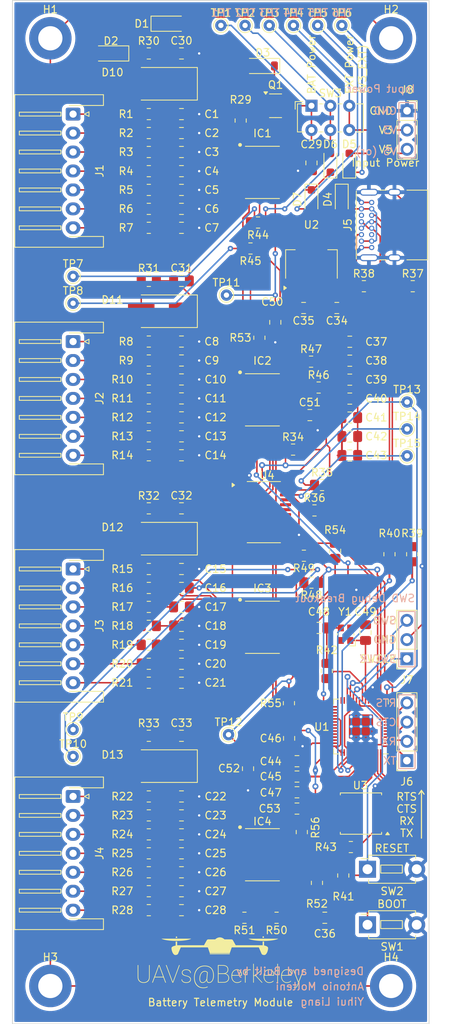
<source format=kicad_pcb>
(kicad_pcb (version 20240108) (generator "pcbnew") (generator_version "8.0")
  (title_block (title "Battery Telemetry Layout") (company "UAVs @ Berkeley"))
  (layers (0 "F.Cu" signal) (31 "B.Cu" signal) (34 "B.Paste" user) (35 "F.Paste" user) (36 "B.SilkS" user "B.Silkscreen") (37 "F.SilkS" user "F.Silkscreen") (38 "B.Mask" user) (39 "F.Mask" user) (44 "Edge.Cuts" user))
  (net 0 "")
  (net 1 "Net-(IC1-VC6)")
  (net 2 "GND")
  (net 3 "Net-(IC1-VC5)")
  (net 4 "Net-(IC1-VC4)")
  (net 5 "Net-(IC1-VC3)")
  (net 6 "Net-(IC1-VC2)")
  (net 7 "Net-(IC1-VC1)")
  (net 8 "Net-(IC1-VC0)")
  (net 9 "Net-(IC2-VC6)")
  (net 10 "Net-(IC2-VC5)")
  (net 11 "Net-(IC2-VC4)")
  (net 12 "Net-(IC2-VC3)")
  (net 13 "Net-(IC2-VC2)")
  (net 14 "Net-(IC2-VC1)")
  (net 15 "Net-(IC2-VC0)")
  (net 16 "Net-(IC3-VC6)")
  (net 17 "Net-(IC3-VC5)")
  (net 18 "Net-(IC3-VC4)")
  (net 19 "Net-(IC3-VC3)")
  (net 20 "Net-(IC3-VC2)")
  (net 21 "Net-(IC3-VC1)")
  (net 22 "Net-(IC3-VC0)")
  (net 23 "Net-(IC4-VC6)")
  (net 24 "Net-(IC4-VC5)")
  (net 25 "Net-(IC4-VC4)")
  (net 26 "Net-(IC4-VC3)")
  (net 27 "Net-(IC4-VC2)")
  (net 28 "Net-(IC4-VC1)")
  (net 29 "Net-(IC4-VC0)")
  (net 30 "/V3_BAT")
  (net 31 "Net-(D1-K)")
  (net 32 "Net-(IC2-BAT)")
  (net 33 "Net-(IC3-BAT)")
  (net 34 "Net-(IC4-BAT)")
  (net 35 "Net-(D4-K)")
  (net 36 "/V3_USB")
  (net 37 "+3V3")
  (net 38 "/1V1")
  (net 39 "Net-(D3-A)")
  (net 40 "Net-(D10-A2)")
  (net 41 "Net-(D11-A2)")
  (net 42 "Net-(D12-A2)")
  (net 43 "Net-(D13-A2)")
  (net 48 "/BAT1")
  (net 51 "/SDA_BAT1")
  (net 52 "/SCL_BAT1")
  (net 58 "/BAT2")
  (net 67 "/BAT3")
  (net 76 "/BAT4")
  (net 80 "Net-(J1-Pin_2)")
  (net 81 "Net-(J1-Pin_3)")
  (net 82 "Net-(J1-Pin_4)")
  (net 83 "Net-(J1-Pin_5)")
  (net 84 "Net-(J1-Pin_6)")
  (net 85 "Net-(J1-Pin_7)")
  (net 86 "Net-(J2-Pin_2)")
  (net 87 "Net-(J2-Pin_3)")
  (net 88 "Net-(J2-Pin_4)")
  (net 89 "Net-(J2-Pin_5)")
  (net 90 "Net-(J2-Pin_6)")
  (net 91 "Net-(J2-Pin_7)")
  (net 92 "Net-(J3-Pin_2)")
  (net 93 "Net-(J3-Pin_3)")
  (net 94 "Net-(J3-Pin_4)")
  (net 95 "Net-(J3-Pin_5)")
  (net 96 "Net-(J3-Pin_6)")
  (net 97 "Net-(J3-Pin_7)")
  (net 98 "Net-(J4-Pin_2)")
  (net 99 "Net-(J4-Pin_3)")
  (net 100 "Net-(J4-Pin_4)")
  (net 101 "Net-(J4-Pin_5)")
  (net 102 "Net-(J4-Pin_6)")
  (net 103 "Net-(J4-Pin_7)")
  (net 104 "Net-(D4-A)")
  (net 105 "Net-(J5-CC1)")
  (net 106 "/USB_D+")
  (net 107 "/USB_D-")
  (net 109 "Net-(J5-CC2)")
  (net 111 "/UART0 TX")
  (net 112 "/UART0 RX")
  (net 113 "/UART0 CTS")
  (net 114 "/UART0 RTS")
  (net 115 "Net-(J7-Pin_1)")
  (net 116 "Net-(J7-Pin_3)")
  (net 117 "/I2C0 SCL")
  (net 118 "/I2C0 SDA")
  (net 119 "/RUN")
  (net 120 "Net-(U1-USB_DP)")
  (net 121 "Net-(U1-USB_DM)")
  (net 122 "/USB_BOOT")
  (net 123 "/QSPI_CS")
  (net 124 "Net-(U1-XOUT)")
  (net 125 "Net-(C48-Pad1)")
  (net 133 "/V5_EXT")
  (net 136 "Net-(U1-XIN)")
  (net 147 "/QSPI_SD3")
  (net 148 "/QSPI_SCLK")
  (net 149 "/QSPI_SDO")
  (net 150 "/QSPI_SD2")
  (net 151 "/QSPI_SD1")
  (net 152 "Net-(D6-A)")
  (net 153 "/V3_EXT")
  (net 154 "/RESET")
  (net 163 "Net-(D2-K)")
  (net 164 "/SCL_BAT4")
  (net 165 "/SDA_BAT4")
  (net 166 "/SCL_BAT3")
  (net 167 "/SDA_BAT3")
  (net 168 "/SCL_BAT2")
  (net 169 "/SDA_BAT2")
  (net 170 "/Chassis")
  (net 171 "Net-(U1-GPIO26_ADC0)")
  (net 172 "Net-(U1-GPIO27_ADC1)")
  (net 173 "Net-(U1-GPIO28_ADC2)")
  (net 174 "Net-(U1-GPIO29_ADC3)")
  (footprint "Capacitor_SMD:C_0805_2012Metric_Pad1.18x1.45mm_HandSolder" (layer "F.Cu") (at 59.7 67.4625 -90)
    (property "Reference" "C50")
    (property "Value" "0.1uF")
  )
  (footprint "Capacitor_SMD:C_0805_2012Metric_Pad1.18x1.45mm_HandSolder" (layer "F.Cu") (at 47.3125 115)
    (property "Reference" "C21")
    (property "Value" "1uF")
  )
  (footprint "Package_TO_SOT_SMD:SOT-223-3_TabPin2" (layer "F.Cu") (at 64.475 59.8 90)
    (property "Reference" "U2")
    (property "Value" "NCP1117-3.3_SOT223")
  )
  (footprint "Resistor_SMD:R_0805_2012Metric_Pad1.20x1.40mm_HandSolder" (layer "F.Cu") (at 43 52.5)
    (property "Reference" "R6")
    (property "Value" "47R")
  )
  (footprint "Capacitor_SMD:C_0805_2012Metric_Pad1.18x1.45mm_HandSolder" (layer "F.Cu") (at 47.3125 72.5)
    (property "Reference" "C9")
    (property "Value" "1uF")
  )
  (footprint "MountingHole:MountingHole_3.2mm_M3_DIN965_Pad" (layer "F.Cu") (at 75 155)
    (property "Reference" "H4")
    (property "Value" "MountingHole")
  )
  (footprint "Resistor_SMD:R_0805_2012Metric_Pad1.20x1.40mm_HandSolder" (layer "F.Cu") (at 69.675 136.675 180)
    (property "Reference" "R43")
    (property "Value" "10k")
  )
  (footprint "TestPoint:TestPoint_THTPad_D1.5mm_Drill0.7mm" (layer "F.Cu") (at 68.49 28.3)
    (property "Reference" "TP6")
    (property "Value" "TestPoint")
  )
  (footprint "Resistor_SMD:R_0805_2012Metric_Pad1.20x1.40mm_HandSolder" (layer "F.Cu") (at 43 100)
    (property "Reference" "R15")
    (property "Value" "47R")
  )
  (footprint "TestPoint:TestPoint_THTPad_D1.5mm_Drill0.7mm" (layer "F.Cu") (at 58.905 28.3)
    (property "Reference" "TP3")
    (property "Value" "TestPoint")
  )
  (footprint "Resistor_SMD:R_0805_2012Metric_Pad1.20x1.40mm_HandSolder" (layer "F.Cu") (at 64.425 72.65 180)
    (property "Reference" "R47")
    (property "Value" "3.3k")
  )
  (footprint "Package_SO:TSSOP-24_4.4x7.8mm_P0.65mm" (layer "F.Cu") (at 58.1875 92.5)
    (property "Reference" "U4")
    (property "Value" "TCA9548APWR")
  )
  (footprint "Package_SO:SOIC-8_5.23x5.23mm_P1.27mm" (layer "F.Cu") (at 71.0125 132.26 180)
    (property "Reference" "U3")
    (property "Value" "W25Q128JVS")
  )
  (footprint "TestPoint:TestPoint_THTPad_D1.5mm_Drill0.7mm" (layer "F.Cu") (at 62.1 28.3)
    (property "Reference" "TP4")
    (property "Value" "TestPoint")
  )
  (footprint "BQ76925PWR:SOP65P640X120-20N" (layer "F.Cu") (at 58 107.69)
    (property "Reference" "IC3")
    (property "Value" "BQ76925PWR")
  )
  (footprint "Diode_SMD:D_SMB_Handsoldering" (layer "F.Cu") (at 44.7 126 180)
    (property "Reference" "D13")
    (property "Value" "SMBJ28CA")
  )
  (footprint "Resistor_SMD:R_0805_2012Metric_Pad1.20x1.40mm_HandSolder" (layer "F.Cu") (at 43 62)
    (property "Reference" "R31")
    (property "Value" "100R")
  )
  (footprint "Capacitor_SMD:C_0805_2012Metric_Pad1.18x1.45mm_HandSolder" (layer "F.Cu") (at 62.5625 129.45 180)
    (property "Reference" "C47")
    (property "Value" "1u")
  )
  (footprint "Resistor_SMD:R_0805_2012Metric_Pad1.20x1.40mm_HandSolder" (layer "F.Cu") (at 56.425 57.725 180)
    (property "Reference" "R45")
    (property "Value" "3.3k")
  )
  (footprint "Resistor_SMD:R_0805_2012Metric_Pad1.20x1.40mm_HandSolder" (layer "F.Cu") (at 43 130)
    (property "Reference" "R22")
    (property "Value" "47R")
  )
  (footprint "Resistor_SMD:R_0805_2012Metric_Pad1.20x1.40mm_HandSolder" (layer "F.Cu") (at 43 107.5)
    (property "Reference" "R18")
    (property "Value" "47R")
  )
  (footprint "Resistor_SMD:R_0805_2012Metric_Pad1.20x1.40mm_HandSolder" (layer "F.Cu") (at 43 40)
    (property "Reference" "R1")
    (property "Value" "47R")
  )
  (footprint "Capacitor_SMD:C_0805_2012Metric_Pad1.18x1.45mm_HandSolder" (layer "F.Cu") (at 67.825 65.575)
    (property "Reference" "C34")
    (property "Value" "10u")
  )
  (footprint "TestPoint:TestPoint_THTPad_D1.5mm_Drill0.7mm" (layer "F.Cu") (at 52.515 28.3)
    (property "Reference" "TP1")
    (property "Value" "TestPoint")
  )
  (footprint "Resistor_SMD:R_0805_2012Metric_Pad1.20x1.40mm_HandSolder" (layer "F.Cu") (at 43 105)
    (property "Reference" "R17")
    (property "Value" "47R")
  )
  (footprint "Capacitor_SMD:C_0805_2012Metric_Pad1.18x1.45mm_HandSolder" (layer "F.Cu") (at 47.3125 70)
    (property "Reference" "C8")
    (property "Value" "1uF")
  )
  (footprint "Capacitor_SMD:C_0805_2012Metric_Pad1.18x1.45mm_HandSolder" (layer "F.Cu") (at 47.3125 137.5)
    (property "Reference" "C25")
    (property "Value" "1uF")
  )
  (footprint "Resistor_SMD:R_0805_2012Metric_Pad1.20x1.40mm_HandSolder" (layer "F.Cu") (at 67.6 97.6 90)
    (property "Reference" "R54")
    (property "Value" "0")
  )
  (footprint "Capacitor_SMD:C_0805_2012Metric_Pad1.18x1.45mm_HandSolder" (layer "F.Cu") (at 56.1 126.3375 -90)
    (property "Reference" "C52")
    (property "Value" "0.1uF")
  )
  (footprint "Capacitor_SMD:C_0805_2012Metric_Pad1.18x1.45mm_HandSolder" (layer "F.Cu") (at 69.5375 75.025)
    (property "Reference" "C39")
    (property "Value" "100n")
  )
  (footprint "Resistor_SMD:R_0805_2012Metric_Pad1.20x1.40mm_HandSolder" (layer "F.Cu") (at 43 92)
    (property "Reference" "R32")
    (property "Value" "100R")
  )
  (footprint "Capacitor_SMD:C_0805_2012Metric_Pad1.18x1.45mm_HandSolder" (layer "F.Cu") (at 69.5375 77.525)
    (property "Reference" "C40")
    (property "Value" "100n")
  )
  (footprint "Capacitor_SMD:C_0805_2012Metric_Pad1.18x1.45mm_HandSolder" (layer "F.Cu") (at 69.5375 85.025)
    (property "Reference" "C43")
    (property "Value" "100n")
  )
  (footprint "Diode_SMD:D_SOD-123" (layer "F.Cu") (at 45.65 28.075)
    (property "Reference" "D1")
    (property "Value" "BZT52C30-7-F")
  )
  (footprint "Resistor_SMD:R_0805_2012Metric_Pad1.20x1.40mm_HandSolder" (layer "F.Cu") (at 43 72.5)
    (property "Reference" "R9")
    (property "Value" "47R")
  )
  (footprint "Capacitor_SMD:C_0805_2012Metric_Pad1.18x1.45mm_HandSolder" (layer "F.Cu") (at 47.3125 102.5)
    (property "Reference" "C16")
    (property "Value" "1uF")
  )
  (footprint "Capacitor_SMD:C_0805_2012Metric_Pad1.18x1.45mm_HandSolder" (layer "F.Cu") (at 66.2375 146)
    (property "Reference" "C36")
    (property "Value" "100n")
  )
  (footprint "Resistor_SMD:R_0805_2012Metric_Pad1.20x1.40mm_HandSolder" (layer "F.Cu") (at 43 135)
    (property "Reference" "R24")
    (property "Value" "47R")
  )
  (footprint "Diode_SMD:D_SOD-323_HandSoldering" (layer "F.Cu") (at 69.475 46.425 90)
    (property "Reference" "D5")
    (property "Value" "CUS05S30,H3F")
  )
  (footprint "Connector_JST:JST_XH_S7B-XH-A-1_1x07_P2.50mm_Horizontal" (layer "F.Cu") (at 33 130 -90)
    (property "Reference" "J4")
    (property "Value" "Conn_01x07_Pin")
  )
  (footprint "Capacitor_SMD:C_0805_2012Metric_Pad1.18x1.45mm_HandSolder" (layer "F.Cu") (at 47.3125 75)
    (property "Reference" "C10")
    (property "Value" "1uF")
  )
  (footprint "MountingHole:MountingHole_3.2mm_M3_DIN965_Pad" (layer "F.Cu") (at 30 155)
    (property "Reference" "H3")
    (property "Value" "MountingHole")
  )
  (footprint "Capacitor_SMD:C_0805_2012Metric_Pad1.18x1.45mm_HandSolder" (layer "F.Cu") (at 47.3125 105)
    (property "Reference" "C17")
    (property "Value" "1uF")
  )
  (footprint "Resistor_SMD:R_0805_2012Metric_Pad1.20x1.40mm_HandSolder" (layer "F.Cu") (at 61.5 117.7 90)
    (property "Reference" "R55")
    (property "Value" "0")
  )
  (footprint "Capacitor_SMD:C_0805_2012Metric_Pad1.18x1.45mm_HandSolder" (layer "F.Cu") (at 47.3125 50)
    (property "Reference" "C5")
    (property "Value" "1uF")
  )
  (footprint "Diode_SMD:D_SMB_Handsoldering" (layer "F.Cu") (at 44.7 36 180)
    (property "Reference" "D10")
    (property "Value" "SMBJ28CA")
  )
  (footprint "Resistor_SMD:R_0805_2012Metric_Pad1.20x1.40mm_HandSolder" (layer "F.Cu") (at 64.875 92.275)
    (property "Reference" "R36")
    (property "Value" "3.3k")
  )
  (footprint "Capacitor_SMD:C_0805_2012Metric_Pad1.18x1.45mm_HandSolder" (layer "F.Cu") (at 47.3125 62)
    (property "Reference" "C31")
    (property "Value" "10uF")
  )
  (footprint "Resistor_SMD:R_0805_2012Metric_Pad1.20x1.40mm_HandSolder" (layer "F.Cu") (at 43 132.5)
    (property "Reference" "R23")
    (property "Value" "47R")
  )
  (footprint "Resistor_SMD:R_0805_2012Metric_Pad1.20x1.40mm_HandSolder" (layer "F.Cu") (at 64.475 101.8 180)
    (property "Reference" "R48")
    (property "Value" "3.3k")
  )
  (footprint "Resistor_SMD:R_0805_2012Metric_Pad1.20x1.40mm_HandSolder" (layer "F.Cu") (at 43 32)
    (property "Reference" "R30")
    (property "Value" "100R")
  )
  (footprint "TestPoint:TestPoint_THTPad_D1.5mm_Drill0.7mm" (layer "F.Cu") (at 77.1 77.975)
    (property "Reference" "TP13")
    (property "Value" "TestPoint")
  )
  (footprint "Diode_SMD:D_SMB_Handsoldering" (layer "F.Cu") (at 44.7 66 180)
    (property "Reference" "D11")
    (property "Value" "SMBJ28CA")
  )
  (footprint "Capacitor_SMD:C_0805_2012Metric_Pad1.18x1.45mm_HandSolder" (layer "F.Cu") (at 47.3125 77.5)
    (property "Reference" "C11")
    (property "Value" "1uF")
  )
  (footprint "Package_TO_SOT_SMD:SOT-23-3" (layer "F.Cu") (at 59.7342 38.9)
    (property "Reference" "Q1")
    (property "Value" "ZXTP25040DFHTA")
  )
  (footprint "Capacitor_SMD:C_0805_2012Metric_Pad1.18x1.45mm_HandSolder" (layer "F.Cu") (at 47.3125 85)
    (property "Reference" "C14")
    (property "Value" "1uF")
  )
  (footprint "Diode_SMD:D_SOD-323_HandSoldering" (layer "F.Cu") (at 66.975 46.425 90)
    (property "Reference" "D6")
    (property "Value" "CUS05S30,H3F")
  )
  (footprint "TestPoint:TestPoint_THTPad_D1.5mm_Drill0.7mm" (layer "F.Cu") (at 33 121.175)
    (property "Reference" "TP9")
    (property "Value" "TestPoint")
  )
  (footprint "Resistor_SMD:R_0805_2012Metric_Pad1.20x1.40mm_HandSolder" (layer "F.Cu") (at 43 80)
    (property "Reference" "R12")
    (property "Value" "47R")
  )
  (footprint "Resistor_SMD:R_0805_2012Metric_Pad1.20x1.40mm_HandSolder" (layer "F.Cu") (at 43 82.5)
    (property "Reference" "R13")
    (property "Value" "47R")
  )
  (footprint "Resistor_SMD:R_0805_2012Metric_Pad1.20x1.40mm_HandSolder" (layer "F.Cu") (at 43 75)
    (property "Reference" "R10")
    (property "Value" "47R")
  )
  (footprint "Resistor_SMD:R_0805_2012Metric_Pad1.20x1.40mm_HandSolder" (layer "F.Cu") (at 43 77.5)
    (property "Reference" "R11")
    (property "Value" "47R")
  )
  (footprint "Capacitor_SMD:C_0805_2012Metric_Pad1.18x1.45mm_HandSolder" (layer "F.Cu") (at 69.5375 70.025)
    (property "Reference" "C37")
    (property "Value" "100n")
  )
  (footprint "Button_Switch_THT:SW_PUSH_1P1T_6x3.5mm_H4.3_APEM_MJTP1243" (layer "F.Cu") (at 71.875 139.6)
    (property "Reference" "SW2")
    (property "Value" "SW_Push")
  )
  (footprint "Capacitor_SMD:C_0805_2012Metric_Pad1.18x1.45mm_HandSolder" (layer "F.Cu") (at 71.6125 108.3875 90)
    (property "Reference" "C49")
    (property "Value" "15p")
  )
  (footprint "Resistor_SMD:R_0805_2012Metric_Pad1.20x1.40mm_HandSolder" (layer "F.Cu") (at 65.425 76.065 180)
    (property "Reference" "R46")
    (property "Value" "3.3k")
  )
  (footprint "Diode_SMD:D_SOD-323_HandSoldering" (layer "F.Cu") (at 64.475 51.25 -90)
    (property "Reference" "D7")
    (property "Value" "CUS05S30,H3F")
  )
  (footprint "Resistor_SMD:R_0805_2012Metric_Pad1.20x1.40mm_HandSolder" (layer "F.Cu") (at 55.1283 40.85 -90)
    (property "Reference" "R29")
    (property "Value" "1M")
  )
  (footprint "Resistor_SMD:R_0805_2012Metric_Pad1.20x1.40mm_HandSolder" (layer "F.Cu") (at 65.2 141.4 90)
    (property "Reference" "R52")
    (property "Value" "10k")
  )
  (footprint "MountingHole:MountingHole_3.2mm_M3_DIN965_Pad" (layer "F.Cu") (at 75 30)
    (property "Reference" "H2")
    (property "Value" "MountingHole")
  )
  (footprint "Resistor_SMD:R_0805_2012Metric_Pad1.20x1.40mm_HandSolder" (layer "F.Cu") (at 71.4 62.7)
    (property "Reference" "R38")
    (property "Value" "5.1k")
  )
  (footprint "Connector_PinSocket_2.54mm:PinSocket_1x04_P2.54mm_Vertical" (layer "F.Cu") (at 77.075 125.275 180)
    (property "Reference" "J6")
    (property "Value" "Conn_01x04_Socket")
  )
  (footprint "Resistor_SMD:R_0805_2012Metric_Pad1.20x1.40mm_HandSolder" (layer "F.Cu") (at 43 85)
    (property "Reference" "R14")
    (property "Value" "47R")
  )
  (footprint "RP2040:RP2040-QFN-56" (layer "F.Cu") (at 71.0125 120.775 180)
    (property "Reference" "U1")
    (property "Value" "RP2040")
  )
  (footprint "Resistor_SMD:R_0805_2012Metric_Pad1.20x1.40mm_HandSolder" (layer "F.Cu") (at 77.775 98.05 -90)
    (property "Reference" "R39")
    (property "Value" "27R")
  )
  (footprint "Resistor_SMD:R_0805_2012Metric_Pad1.20x1.40mm_HandSolder" (layer "F.Cu") (at 77.85 62.7)
    (property "Reference" "R37")
    (property "Value" "5.1k")
  )
  (footprint "Resistor_SMD:R_0805_2012Metric_Pad1.20x1.40mm_HandSolder" (layer "F.Cu") (at 57.6 69.5 90)
    (property "Reference" "R53")
    (property "Value" "0")
  )
  (footprint "Capacitor_SMD:C_0805_2012Metric_Pad1.18x1.45mm_HandSolder" (layer "F.Cu") (at 47.3125 52.5)
    (property "Reference" "C6")
    (property "Value" "1uF")
  )
  (footprint "Resistor_SMD:R_0805_2012Metric_Pad1.20x1.40mm_HandSolder" (layer "F.Cu") (at 43 112.5)
    (property "Reference" "R20")
    (property "Value" "47R")
  )
  (footprint "BQ76925PWR:SOP65P640X120-20N" (layer "F.Cu") (at 58 47.69)
    (property "Reference" "IC1")
    (property "Value" "BQ76925PWR")
  )
  (footprint "Capacitor_SMD:C_0805_2012Metric_Pad1.18x1.45mm_HandSolder" (layer "F.Cu") (at 47.3125 110)
    (property "Reference" "C19")
    (property "Value" "1uF")
  )
  (footprint "MountingHole:MountingHole_3.2mm_M3_DIN965_Pad" (layer "F.Cu") (at 30 30)
    (property "Reference" "H1")
    (property "Value" "MountingHole")
  )
  (footprint "Capacitor_SMD:C_0805_2012Metric_Pad1.18x1.45mm_HandSolder" (layer "F.Cu") (at 47.3125 122)
    (property "Reference" "C33")
    (property "Value" "10uF")
  )
  (footprint "Button_Switch_THT:SW_E-Switch_EG1271_SPDT" (layer "F.Cu") (at 64.475 38.9)
    (property "Reference" "SW3")
    (property "Value" "SW_SPDT")
  )
  (footprint "Resistor_SMD:R_0805_2012Metric_Pad1.20x1.40mm_HandSolder" (layer "F.Cu") (at 43 145)
    (property "Reference" "R28")
    (property "Value" "47R")
  )
  (footprint "Resistor_SMD:R_0805_2012Metric_Pad1.20x1.40mm_HandSolder" (layer "F.Cu") (at 74.775 98.05 90)
    (property "Reference" "R40")
    (property "Value" "27R")
  )
  (footprint "Capacitor_SMD:C_0805_2012Metric_Pad1.18x1.45mm_HandSolder" (layer "F.Cu") (at 47.3125 145)
    (property "Reference" "C28")
    (property "Value" "1uF")
  )
  (footprint "Resistor_SMD:R_0805_2012Metric_Pad1.20x1.40mm_HandSolder" (layer "F.Cu") (at 63.475 98.25 180)
    (property "Reference" "R49")
    (property "Value" "3.3k")
  )
  (footprint "Diode_SMD:D_SMB_Handsoldering" (layer "F.Cu") (at 44.7 96 180)
    (property "Reference" "D12")
    (property "Value" "SMBJ28CA")
  )
  (footprint "Resistor_SMD:R_0805_2012Metric_Pad1.20x1.40mm_HandSolder" (layer "F.Cu") (at 43 47.525)
    (property "Reference" "R4")
    (property "Value" "47R")
  )
  (footprint "Resistor_SMD:R_0805_2012Metric_Pad1.20x1.40mm_HandSolder" (layer "F.Cu") (at 66.5 113.45 90)
    (property "Reference" "R42")
    (property "Value" "1k")
  )
  (footprint "TestPoint:TestPoint_THTPad_D1.5mm_Drill0.7mm" (layer "F.Cu") (at 77.1 85.075)
    (property "Reference" "TP15")
    (property "Value" "TestPoint")
  )
  (footprint "Diode_SMD:D_SOD-323_HandSoldering" (layer "F.Cu") (at 68.475 51.25 -90)
    (property "Reference" "D4")
    (property "Value" "CUS05S30,H3F")
  )
  (footprint "Resistor_SMD:R_0805_2012Metric_Pad1.20x1.40mm_HandSolder" (layer "F.Cu") (at 43 45)
    (property "Reference" "R3")
    (property "Value" "47R")
  )
  (footprint "Resistor_SMD:R_0805_2012Metric_Pad1.20x1.40mm_HandSolder" (layer "F.Cu") (at 68.675 140.425 90)
    (property "Reference" "R41")
    (property "Value" "1k")
  )
  (footprint "TestPoint:TestPoint_THTPad_D1.5mm_Drill0.7mm" (layer "F.Cu") (at 33 64.95)
    (property "Reference" "TP8")
    (property "Value" "TestPoint")
  )
  (footprint "Capacitor_SMD:C_0805_2012Metric_Pad1.18x1.45mm_HandSolder" (layer "F.Cu") (at 69.5375 80.025)
    (property "Reference" "C41")
    (property "Value" "100n")
  )
  (footprint "Capacitor_SMD:C_0805_2012Metric_Pad1.18x1.45mm_HandSolder" (layer "F.Cu") (at 47.3125 100)
    (property "Reference" "C15")
    (property "Value" "1uF")
  )
  (footprint "TestPoint:TestPoint_THTPad_D1.5mm_Drill0.7mm" (layer "F.Cu") (at 55.71 28.3)
    (property "Reference" "TP2")
    (property "Value" "TestPoint")
  )
  (footprint "Capacitor_SMD:C_0805_2012Metric_Pad1.18x1.45mm_HandSolder" (layer "F.Cu") (at 47.3125 142.5)
    (property "Reference" "C27")
    (property "Value" "1uF")
  )
  (footprint "BQ76925PWR:SOP65P640X120-20N" (layer "F.Cu") (at 58 137.69)
    (property "Reference" "IC4")
    (property "Value" "BQ76925PWR")
  )
  (footprint "Resistor_SMD:R_0805_2012Metric_Pad1.20x1.40mm_HandSolder" (layer "F.Cu") (at 65.875 88.925)
    (property "Reference" "R35")
    (property "Value" "3.3k")
  )
  (footprint "Diode_SMD:D_SOD-123" (layer "F.Cu") (at 38 32 180)
    (property "Reference" "D2")
    (property "Value" "MBR0540T1G")
  )
  (footprint "Capacitor_SMD:C_0805_2012Metric_Pad1.18x1.45mm_HandSolder" (layer "F.Cu") (at 47.3125 40)
    (property "Reference" "C1")
    (property "Value" "1uF")
  )
  (footprint "Resistor_SMD:R_0805_2012Metric_Pad1.20x1.40mm_HandSolder" (layer "F.Cu") (at 43 142.5)
    (property "Reference" "R27")
    (property "Value" "47R")
  )
  (footprint "Capacitor_SMD:C_0805_2012Metric_Pad1.18x1.45mm_HandSolder" (layer "F.Cu") (at 47.3125 132.5)
    (property "Reference" "C23")
    (property "Value" "1uF")
  )
  (footprint "TestPoint:TestPoint_THTPad_D1.5mm_Drill0.7mm" (layer "F.Cu") (at 53.525 121.85)
    (property "Reference" "TP12")
    (property "Value" "TestPoint")
  )
  (footprint "Connector_USB:USB_C_Receptacle_GCT_USB4085" (layer "F.Cu") (at 71.075 57.6 90)
    (property "Reference" "J5")
    (property "Value" "USB_C_Receptacle_USB2.0")
  )
  (footprint "TestPoint:TestPoint_THTPad_D1.5mm_Drill0.7mm" (layer "F.Cu") (at 33 124.725)
    (property "Reference" "TP10")
    (property "Value" "TestPoint")
  )
  (footprint "Resistor_SMD:R_0805_2012Metric_Pad1.20x1.40mm_HandSolder" (layer "F.Cu") (at 63.2 134.7 -90)
    (property "Reference" "R56")
    (property "Value" "0")
  )
  (footprint "Capacitor_SMD:C_0805_2012Metric_Pad1.18x1.45mm_HandSolder" (layer "F.Cu") (at 62.5625 127.375 180)
    (property "Reference" "C45")
    (property "Value" "100n")
  )
  (footprint "Resistor_SMD:R_0805_2012Metric_Pad1.20x1.40mm_HandSolder" (layer "F.Cu") (at 62.05 84.25)
    (property "Reference" "R34")
    (property "Value" "3.3k")
  )
  (footprint "Capacitor_SMD:C_0805_2012Metric_Pad1.18x1.45mm_HandSolder" (layer "F.Cu") (at 47.3125 80)
    (property "Reference" "C12")
    (property "Value" "1uF")
  )
  (footprint "Resistor_SMD:R_0805_2012Metric_Pad1.20x1.40mm_HandSolder" (layer "F.Cu") (at 43 137.5)
    (property "Reference" "R25")
    (property "Value" "47R")
  )
  (footprint "Resistor_SMD:R_0805_2012Metric_Pad1.20x1.40mm_HandSolder" (layer "F.Cu") (at 43 110)
    (property "Reference" "R19")
    (property "Value" "47R")
  )
  (footprint "Capacitor_SMD:C_0805_2012Metric_Pad1.18x1.45mm_HandSolder" (layer "F.Cu") (at 47.3125 82.5)
    (property "Reference" "C13")
    (property "Value" "1uF")
  )
  (footprint "Capacitor_SMD:C_0805_2012Metric_Pad1.18x1.45mm_HandSolder" (layer "F.Cu") (at 47.3125 107.5)
    (property "Reference" "C18")
    (property "Value" "1uF")
  )
  (footprint "TestPoint:TestPoint_THTPad_D1.5mm_Drill0.7mm" (layer "F.Cu") (at 33 61.4)
    (property "Reference" "TP7")
    (property "Value" "TestPoint")
  )
  (footprint "BQ76925PWR:SOP65P640X120-20N" (layer "F.Cu") (at 58 77.69)
    (property "Reference" "IC2")
    (property "Value" "BQ76925PWR")
  )
  (footprint "Resistor_SMD:R_0805_2012Metric_Pad1.20x1.40mm_HandSolder" (layer "F.Cu") (at 43 50)
    (property "Reference" "R5")
    (property "Value" "47R")
  )
  (footprint "Capacitor_SMD:C_0805_2012Metric_Pad1.18x1.45mm_HandSolder" (layer "F.Cu") (at 63.4375 65.575 180)
    (property "Reference" "C35")
    (property "Value" "10u")
  )
  (footprint "Connector_JST:JST_XH_S7B-XH-A-1_1x07_P2.50mm_Horizontal" (layer "F.Cu") (at 33 40 -90)
    (property "Reference" "J1")
    (property "Value" "Conn_01x07_Pin")
  )
  (footprint "Connector_PinSocket_2.54mm:PinSocket_1x03_P2.54mm_Vertical" (layer "F.Cu") (at 77.1 39.56)
    (property "Reference" "J8")
    (property "Value" "Conn_01x03_Socket")
  )
  (footprint "Capacitor_SMD:C_0805_2012Metric_Pad1.18x1.45mm_HandSolder" (layer "F.Cu") (at 61.525 122.3375 -90)
    (property "Reference" "C46")
    (property "Value" "1u")
  )
  (footprint "Resistor_SMD:R_0805_2012Metric_Pad1.20x1.40mm_HandSolder" (layer "F.Cu") (at 57.425 54.3 180)
    (property "Reference" "R44")
    (property "Value" "3.3k")
  )
  (footprint "Resistor_SMD:R_0805_2012Metric_Pad1.20x1.40mm_HandSolder" (layer "F.Cu") (at 43 55)
    (property "Reference" "R7")
    (property "Value" "47R")
  )
  (footprint "Capacitor_SMD:C_0805_2012Metric_Pad1.18x1.45mm_HandSolder" (layer "F.Cu") (at 62.5625 131.6 180)
    (property "Reference" "C53")
    (property "Value" "0.1uF")
  )
  (footprint "Capacitor_SMD:C_0805_2012Metric_Pad1.18x1.45mm_HandSolder" (layer "F.Cu") (at 47.3125 42.5)
    (property "Reference" "C2")
    (property "Value" "1uF")
  )
  (footprint "Capacitor_SMD:C_0805_2012Metric_Pad1.18x1.45mm_HandSolder" (layer "F.Cu") (at 47.3125 55)
    (property "Reference" "C7")
    (property "Value" "1uF")
  )
  (footprint "Capacitor_SMD:C_0805_2012Metric_Pad1.18x1.45mm_HandSolder" (layer "F.Cu") (at 47.3125 32)
    (property "Reference" "C30")
    (property "Value" "10uF")
  )
  (footprint "Capacitor_SMD:C_0805_2012Metric_Pad1.18x1.45mm_HandSolder" (layer "F.Cu") (at 64.2625 79.7)
    (property "Reference" "C51")
    (property "Value" "0.1uF")
  )
  (footprint "Connector_JST:JST_XH_S7B-XH-A-1_1x07_P2.50mm_Horizontal" (layer "F.Cu") (at 33 100 -90)
    (property "Reference" "J3")
    (property "Value" "Conn_01x07_Pin")
  )
  (footprint "Connector_JST:JST_XH_S7B-XH-A-1_1x07_P2.50mm_Horizontal" (layer "F.Cu") (at 33 70 -90)
    (property "Reference" "J2")
    (property "Value" "Conn_01x07_Pin")
  )
  (footprint "TestPoint:TestPoint_THTPad_D1.5mm_Drill0.7mm" (layer "F.Cu") (at 65.295 28.3)
    (property "Reference" "TP5")
    (property "Value" "TestPoint")
  )
  (footprint "TestPoint:TestPoint_THTPad_D1.5mm_Drill0.7mm" (layer "F.Cu") (at 77.1 81.525)
    (property "Reference" "TP14")
    (property "Value" "TestPoint")
  )
  (footprint "Capacitor_SMD:C_0805_2012Metric_Pad1.18x1.45mm_HandSolder" (layer "F.Cu") (at 47.3125 112.5)
    (property "Reference" "C20")
    (property "Value" "1uF")
  )
  (footprint "Capacitor_SMD:C_0805_2012Metric_Pad1.18x1.45mm_HandSolder" (layer "F.Cu") (at 65.4625 107.775 180)
    (property "Reference" "C48")
    (property "Value" "15p")
  )
  (footprint "Diode_SMD:D_SOD-123" (layer "F.Cu") (at 57.9342 33.65 180)
    (property "Reference" "D3")
    (property "Value" "BZT52C4V7-7-F")
  )
  (footprint "Capacitor_SMD:C_0805_2012Metric_Pad1.18x1.45mm_HandSolder" (layer "F.Cu") (at 47.3125 135)
    (property "Reference" "C24")
    (property "Value" "1uF")
  )
  (footprint "Resistor_SMD:R_0805_2012Metric_Pad1.20x1.40mm_HandSolder" (layer "F.Cu") (at 55.625 146 180)
    (property "Reference" "R51")
    (property "Value" "3.3k")
  )
  (footprint "Resistor_SMD:R_0805_2012Metric_Pad1.20x1.40mm_HandSolder" (layer "F.Cu") (at 43 42.5)
    (property "Reference" "R2")
    (property "Value" "47R")
  )
  (footprint "Resistor_SMD:R_0805_2012Metric_Pad1.20x1.40mm_HandSolder" (layer "F.Cu") (at 43 115)
    (property "Reference" "R21")
    (property "Value" "47R")
  )
  (footprint "Capacitor_SMD:C_0805_2012Metric_Pad1.18x1.45mm_HandSolder" (layer "F.Cu") (at 69.5375 72.525)
    (property "Reference" "C38")
    (property "Value" "100n")
  )
  (footprint "Capacitor_SMD:C_0805_2012Metric_Pad1.18x1.45mm_HandSolder" (layer "F.Cu") (at 47.3125 45)
    (property "Reference" "C3")
    (property "Value" "1uF")
  )
  (footprint "LOGO" (layer "F.Cu") (at 52.378223 151.6)
    (property "Reference" "G***" (hide yes))
    (property "Value" "LOGO" (hide yes))
  )
  (footprint "Capacitor_SMD:C_0805_2012Metric_Pad1.18x1.45mm_HandSolder" (layer "F.Cu") (at 47.3125 140)
    (property "Reference" "C26")
    (property "Value" "1uF")
  )
  (footprint "Connector_PinSocket_2.54mm:PinSocket_1x03_P2.54mm_Vertical" (layer "F.Cu") (at 77.075 111.85 180)
    (property "Reference" "J7")
    (property "Value" "Conn_01x03_Socket")
  )
  (footprint "Resistor_SMD:R_0805_2012Metric_Pad1.20x1.40mm_HandSolder" (layer "F.Cu") (at 59.8717 146 180)
    (property "Reference" "R50")
    (property "Value" "3.3k")
  )
  (footprint "Capacitor_SMD:C_0805_2012Metric_Pad1.18x1.45mm_HandSolder" (layer "F.Cu") (at 47.3125 92)
    (property "Reference" "C32")
    (property "Value" "10uF")
  )
  (footprint "Capacitor_SMD:C_0805_2012Metric_Pad1.18x1.45mm_HandSolder" (layer "F.Cu") (at 47.3125 130)
    (property "Reference" "C22")
    (property "Value" "1uF")
  )
  (footprint "TestPoint:TestPoint_THTPad_D1.5mm_Drill0.7mm" (layer "F.Cu") (at 53.25 63.875)
    (property "Reference" "TP11")
    (property "Value" "TestPoint")
  )
  (footprint "Crystal:Crystal_SMD_Abracon_ABM10-4Pin_2.5x2.0mm" (layer "F.Cu") (at 68.975 108.6 180)
    (property "Reference" "Y1")
    (property "Value" "ABM10AIG-12.000MHZ-4Z-T3")
  )
  (footprint "Button_Switch_THT:SW_PUSH_1P1T_6x3.5mm_H4.3_APEM_MJTP1243" (layer "F.Cu") (at 71.875 146.925)
    (property "Reference" "SW1")
    (property "Value" "SW_Push")
  )
  (footprint "Capacitor_SMD:C_0805_2012Metric_Pad1.18x1.45mm_HandSolder" (layer "F.Cu") (at 62.5625 125.35 180)
    (property "Reference" "C44")
    (property "Value" "100n")
  )
  (footprint "Capacitor_SMD:C_0805_2012Metric_Pad1.18x1.45mm_HandSolder" (layer "F.Cu") (at 64.475 46.4375 -90)
    (property "Reference" "C29")
    (property "Value" "4.7uf/10V")
  )
  (footprint "Capacitor_SMD:C_0805_2012Metric_Pad1.18x1.45mm_HandSolder" (layer "F.Cu") (at 69.5375 82.525)
    (property "Reference" "C42")
    (property "Value" "100n")
  )
  (footprint "Resistor_SMD:R_0805_2012Metric_Pad1.20x1.40mm_HandSolder" (layer "F.Cu") (at 43 122)
    (property "Reference" "R33")
    (property "Value" "100R")
  )
  (footprint "Resistor_SMD:R_0805_2012Metric_Pad1.20x1.40mm_HandSolder" (layer "F.Cu") (at 43 140)
    (property "Reference" "R26")
    (property "Value" "47R")
  )
  (footprint "Resistor_SMD:R_0805_2012Metric_Pad1.20x1.40mm_HandSolder" (layer "F.Cu") (at 43 102.5)
    (property "Reference" "R16")
    (property "Value" "47R")
  )
  (footprint "Resistor_SMD:R_0805_2012Metric_Pad1.20x1.40mm_HandSolder" (layer "F.Cu") (at 43 70)
    (property "Reference" "R8")
    (property "Value" "47R")
  )
  (footprint "Capacitor_SMD:C_0805_2012Metric_Pad1.18x1.45mm_HandSolder" (layer "F.Cu") (at 47.3125 47.525)
    (property "Reference" "C4")
    (property "Value" "1uF")
  )
  (gr_rect (start 76 116.6) (end 78.15 126.325) (stroke (width 0.15)) (fill none) (layer "B.SilkS"))
  (gr_rect (start 76.025 38.475) (end 78.175 45.775) (stroke (width 0.15)) (fill none) (layer "B.SilkS"))
  (gr_rect (start 76 105.6) (end 78.15 112.9) (stroke (width 0.15)) (fill none) (layer "B.SilkS"))
  (gr_line (start 79 129.2) (end 79 135.5) (stroke (width 0.15)) (layer "F.SilkS"))
  (gr_line (start 78.65 129.7) (end 79 129.2) (stroke (width 0.15)) (layer "F.SilkS"))
  (gr_line (start 79.35 129.7) (end 79 129.2) (stroke (width 0.15)) (layer "F.SilkS"))
  (gr_line (start 79 129.2) (end 78.65 129.7) (stroke (width 0.15)) (layer "F.SilkS"))
  (gr_rect (start 25 25) (end 80 160) (stroke (width 0.1)) (fill none) (layer "Edge.Cuts"))
  (gr_text "TP3" (at 60.387143 27.225 0) (layer "B.SilkS") (effects (font (size 1 1)) (justify left bottom mirror)))
  (gr_text "SWD" (at 75.775 107.37175 0) (layer "B.SilkS") (effects (font (size 1 1)) (justify left bottom mirror)))
  (gr_text "Input Power" (at 78.25 37.25 0) (layer "B.SilkS") (effects (font (size 1 1)) (justify left bottom mirror)))
  (gr_text "Antonio Molteni" (at 71.5 155.65 0) (layer "B.SilkS") (effects (font (size 1 1)) (justify left bottom mirror)))
  (gr_text "V5 (or)" (at 75.85 45.49175 0) (layer "B.SilkS") (effects (font (size 1 1)) (justify left bottom mirror)))
  (gr_text "Designed and Built by" (at 71.5 153.6375 0) (layer "B.SilkS") (effects (font (size 1 1)) (justify left bottom mirror)))
  (gr_text "GND" (at 75.775 109.9 0) (layer "B.SilkS") (effects (font (size 1 1)) (justify left bottom mirror)))
  (gr_text "RTS" (at 75.775 118.25675 0) (layer "B.SilkS") (effects (font (size 1 1)) (justify left bottom mirror)))
  (gr_text "Yihui Liang" (at 71.5 157.6625 0) (layer "B.SilkS") (effects (font (size 1 1)) (justify left bottom mirror)))
  (gr_text "SWD Debug Breakout" (at 78.225 104.45 0) (layer "B.SilkS") (effects (font (size 1 1)) (justify left bottom mirror)))
  (gr_text "SWCLK" (at 75.775 112.45175 0) (layer "B.SilkS") (effects (font (size 1 1)) (justify left bottom mirror)))
  (gr_text "GND" (at 75.85 40.16175 0) (layer "B.SilkS") (effects (font (size 1 1)) (justify left bottom mirror)))
  (gr_text "TP6" (at 69.972143 27.225 0) (layer "B.SilkS") (effects (font (size 1 1)) (justify left bottom mirror)))
  (gr_text "CTS" (at 75.775 120.79675 0) (layer "B.SilkS") (effects (font (size 1 1)) (justify left bottom mirror)))
  (gr_text "TX" (at 75.775 125.87675 0) (layer "B.SilkS") (effects (font (size 1 1)) (justify left bottom mirror)))
  (gr_text "TP1" (at 53.997143 27.225 0) (layer "B.SilkS") (effects (font (size 1 1)) (justify left bottom mirror)))
  (gr_text "RX" (at 75.775 123.33675 0) (layer "B.SilkS") (effects (font (size 1 1)) (justify left bottom mirror)))
  (gr_text "TP5" (at 66.777143 27.225 0) (layer "B.SilkS") (effects (font (size 1 1)) (justify left bottom mirror)))
  (gr_text "TP4" (at 63.582143 27.225 0) (layer "B.SilkS") (effects (font (size 1 1)) (justify left bottom mirror)))
  (gr_text "TP2\n" (at 57.192143 27.225 0) (layer "B.SilkS") (effects (font (size 1 1)) (justify left bottom mirror)))
  (gr_text "V3" (at 75.85 42.70175 0) (layer "B.SilkS") (effects (font (size 1 1)) (justify left bottom mirror)))
  (gr_text "V3" (at 73.275 42.70175 -0) (layer "F.SilkS") (effects (font (size 1 1)) (justify left bottom)))
  (gr_text "GND" (at 72.036905 40.16175 -0) (layer "F.SilkS") (effects (font (size 1 1)) (justify left bottom)))
  (gr_text "Battery Telemetry Module" (at 42.77976 157.75 0) (layer "F.SilkS") (effects (font (size 1 1)) (justify left bottom)))
  (gr_text "EXT Power" (at 70.07675 37.45 90) (layer "F.SilkS") (effects (font (size 1 1)) (justify left bottom)))
  (gr_text "SWCLK" (at 70.742857 112.45175 0) (layer "F.SilkS") (effects (font (size 1 1)) (justify left bottom)))
  (gr_text "TX" (at 76.092857 135.425 0) (layer "F.SilkS") (effects (font (size 1 1)) (justify left bottom)))
  (gr_text "RX" (at 75.97381 133.825 0) (layer "F.SilkS") (effects (font (size 1 1)) (justify left bottom)))
  (gr_text "BAT Power" (at 65.07675 37.45 90) (layer "F.SilkS") (effects (font (size 1 1)) (justify left bottom)))
  (gr_text "V5\n" (at 73.275 45.24175 0) (layer "F.SilkS") (effects (font (size 1 1)) (justify left bottom)))
  (gr_text "(V3_EXT)" (at 71.8 37.45 90) (layer "F.SilkS") (effects (font (size 1 1)) (justify left bottom)))
  (gr_text "Input Power" (at 69.672618 47 -0) (layer "F.SilkS") (effects (font (size 1 1)) (justify left bottom)))
  (gr_text "BOOT" (at 73.071429 144.775 0) (layer "F.SilkS") (effects (font (size 1 1)) (justify left bottom)))
  (gr_text "CTS" (at 75.592857 132.225 0) (layer "F.SilkS") (effects (font (size 1 1)) (justify left bottom)))
  (gr_text "RESET" (at 72.738095 137.425 0) (layer "F.SilkS") (effects (font (size 1 1)) (justify left bottom)))
  (gr_text "GND" (at 72.6 109.91175 0) (layer "F.SilkS") (effects (font (size 1 1)) (justify left bottom)))
  (gr_text "RTS" (at 75.592857 130.625 0) (layer "F.SilkS") (effects (font (size 1 1)) (justify left bottom)))
  (gr_text "SWD" (at 72.552381 107.37175 0) (layer "F.SilkS") (effects (font (size 1 1)) (justify left bottom)))
  (segment (start 54.18895 46.065) (end 55.1283 46.065) (width 0.2) (layer "F.Cu") (net 1))
  (segment (start 49.14895 41.025) (end 54.18895 46.065) (width 0.2) (layer "F.Cu") (net 1))
  (segment (start 47.3 41.025) (end 49.14895 41.025) (width 0.2) (layer "F.Cu") (net 1))
  (segment (start 46.275 40) (end 44 40) (width 0.2) (layer "F.Cu") (net 1))
  (segment (start 46.275 40) (end 47.3 41.025) (width 0.2) (layer "F.Cu") (net 1))
  (segment (start 54.035 110.615) (end 49.65 115) (width 0.2) (layer "F.Cu") (net 2))
  (segment (start 54.19429 50.615) (end 49.80929 55) (width 0.2) (layer "F.Cu") (net 2))
  (segment (start 70.575 70.025) (end 70.575 67.2875) (width 0.2032) (layer "F.Cu") (net 2))
  (segment (start 62.4 65.575) (end 63.4044 66.5794) (width 0.2032) (layer "F.Cu") (net 2))
  (segment (start 61.05 90.875) (end 61.787499 90.875) (width 0.2) (layer "F.Cu") (net 2))
  (segment (start 55.1283 80.615) (end 54.07324 80.615) (width 0.2) (layer "F.Cu") (net 2))
  (segment (start 49.65 52.5) (end 48.35 52.5) (width 0.2) (layer "F.Cu") (net 2))
  (segment (start 75.435 50.3) (end 78.85 53.715) (width 0.2032) (layer "F.Cu") (net 2))
  (segment (start 72.425 50.67) (end 72.055 50.3) (width 0.2032) (layer "F.Cu") (net 2))
  (segment (start 48.35 100) (end 49.65 100) (width 0.2) (layer "F.Cu") (net 2))
  (segment (start 71.6125 107.35) (end 70.025 107.35) (width 0.2) (layer "F.Cu") (net 2))
  (segment (start 49.65 135) (end 48.35 135) (width 0.2) (layer "F.Cu") (net 2))
  (segment (start 72.0125 117.3375) (end 72.0125 116.15) (width 0.2) (layer "F.Cu") (net 2))
  (segment (start 61.525 125.35) (end 61.525 127.375) (width 0.2) (layer "F.Cu") (net 2))
  (segment (start 69.6 108.175) (end 68.35 109.425) (width 0.2) (layer "F.Cu") (net 2))
  (segment (start 48.35 110) (end 49.65 110) (width 0.2) (layer "F.Cu") (net 2))
  (segment (start 63.4044 66.5794) (end 67.8581 66.5794) (width 0.2032) (layer "F.Cu") (net 2))
  (segment (start 70.575 72.525) (end 70.575 75.025) (width 0.2) (layer "F.Cu") (net 2))
  (segment (start 52.425 96.075) (end 48.35 92) (width 0.2) (layer "F.Cu") (net 2))
  (segment (start 48.35 102.5) (end 49.65 102.5) (width 0.2) (layer "F.Cu") (net 2))
  (segment (start 75.8 149.5) (end 78.375 146.925) (width 0.2032) (layer "F.Cu") (net 2))
  (segment (start 71.075 51.65) (end 72.425 51.65) (width 0.2) (layer "F.Cu") (net 2))
  (segment (start 55.1283 110.615) (end 54.035 110.615) (width 0.2) (layer "F.Cu") (net 2))
  (segment (start 72.2875 119.5) (end 71.0125 120.775) (width 0.2) (layer "F.Cu") (net 2))
  (segment (start 62.825 91.912501) (end 62.825 95.5) (width 0.2) (layer "F.Cu") (net 2))
  (segment (start 50.7433 145) (end 49.65 145) (width 0.2) (layer "F.Cu") (net 2))
  (segment (start 70.575 80.025) (end 70.575 82.525) (width 0.2) (layer "F.Cu") (net 2))
  (segment (start 49.68824 85) (end 49.65 85) (width 0.2) (layer "F.Cu") (net 2))
  (segment (start 47.4 66) (end 47.4 69.05) (width 0.2) (layer "F.Cu") (net 2))
  (segment (start 72.0125 116.15) (end 72.5625 115.6) (width 0.2) (layer "F.Cu") (net 2))
  (segment (start 79.1 99.625) (end 79.1 107.285) (width 0.2) (layer "F.Cu") (net 2))
  (segment (start 70.4 102.75) (end 69.45 102.75) (width 0.2) (layer "F.Cu") (net 2))
  (segment (start 72.9 128.6425) (end 72.9 128.625) (width 0.2) (layer "F.Cu") (net 2))
  (segment (start 68.8625 65.575) (end 69.525 65.575) (width 0.2) (layer "F.Cu") (net 2))
  (segment (start 49.65 85) (end 48.35 85) (width 0.2) (layer "F.Cu") (net 2))
  (segment (start 47.4 69.05) (end 48.35 70) (width 0.2) (layer "F.Cu") (net 2))
  (segment (start 67.275 146) (end 67.275 146.175) (width 0.2032) (layer "F.Cu") (net 2))
  (segment (start 62.7 47.475) (end 64.475 47.475) (width 0.2032) (layer "F.Cu") (net 2))
  (segment (start 61.425 125.25) (end 61.525 125.35) (width 0.2032) (layer "F.Cu") (net 2))
  (segment (start 55.325 96.075) (end 52.425 96.075) (width 0.2) (layer "F.Cu") (net 2))
  (segment (start 49.65 40) (end 48.35 40) (width 0.2) (layer "F.Cu") (net 2))
  (segment (start 70.575 82.525) (end 70.575 85.025) (width 0.2) (layer "F.Cu") (net 2))
  (segment (start 63.3 123.375) (end 61.525 123.375) (width 0.2032) (layer "F.Cu") (net 2))
  (segment (start 65.3 79.7) (end 65.3 81.7) (width 0.2032) (layer "F.Cu") (net 2))
  (segment (start 67.275 146.175) (end 70.6 149.5) (width 0.2032) (layer "F.Cu") (net 2))
  (segment (start 47.3 30.95) (end 48.35 32) (width 0.2) (layer "F.Cu") (net 2))
  (segment (start 72.055 58.95) (end 72.055 62.355) (width 0.2032) (layer "F.Cu") (net 2))
  (segment (start 61.525 127.375) (end 61.525 129.45) (width 0.2) (layer "F.Cu") (net 2))
  (segment (start 49.65 140) (end 48.35 140) (width 0.2) (layer "F.Cu") (net 2))
  (segment (start 54.07324 80.615) (end 49.68824 85) (width 0.2) (layer "F.Cu") (net 2))
  (segment (start 49.65 47.525) (end 48.35 47.525) (width 0.2) (layer "F.Cu") (net 2))
  (segment (start 47.4 36) (end 47.4 39.05) (width 0.2) (layer "F.Cu") (net 2))
  (segment (start 49.80929 55) (end 49.65 55) (width 0.2) (layer "F.Cu") (net 2))
  (segment (start 47.4 129.05) (end 48.35 130) (width 0.2) (layer "F.Cu") (net 2))
  (segment (start 70.575 75.025) (end 70.575 77.525) (width 0.2) (layer "F.Cu") (net 2))
  (segment (start 48.35 115) (end 48.35 122) (width 0.2) (layer "F.Cu") (net 2))
  (segment (start 48.35 85) (end 48.35 92) (width 0.2) (layer "F.Cu") (net 2))
  (segment (start 55.1283 50.615) (end 54.19429 50.615) (width 0.2) (layer "F.Cu") (net 2))
  (segment (start 48.35 107.5) (end 49.65 107.5) (width 0.2) (layer "F.Cu") (net 2))
  (segment (start 72.4 59.295) (end 72.055 58.95) (width 0.2032) (layer "F.Cu") (net 2))
  (segment (start 48.35 80) (end 49.65 80) (width 0.2) (layer "F.Cu") (net 2))
  (segment (start 70.575 70.025) (end 70.575 72.525) (width 0.2) (layer "F.Cu") (net 2))
  (segment (start 61.525 125.35) (end 61.525 123.375) (width 0.2) (layer "F.Cu") (net 2))
  (segment (start 55.1283 140.615) (end 50.7433 145) (width 0.2) (layer "F.Cu") (net 2))
  (segment (start 48.35 112.5) (end 49.65 112.5) (width 0.2) (layer "F.Cu") (net 2))
  (segment (start 62.175 62.95) (end 62.175 65.35) (width 0.2) (layer "F.Cu") (net 2))
  (segment (start 72.425 58.58) (end 72.055 58.95) (width 0.2032) (layer "F.Cu") (net 2))
  (segment (start 48.35 75) (end 49.65 75) (width 0.2) (layer "F.Cu") (net 2))
  (segment (start 47.4 126) (end 47.4 129.05) (width 0.2) (layer "F.Cu") (net 2))
  (segment (start 47.4 39.05) (end 48.35 40) (width 0.2) (layer "F.Cu") (net 2))
  (segment (start 49.65 42.5) (end 48.35 42.5) (width 0.2) (layer "F.Cu") (net 2))
  (segment (start 47.4 99.05) (end 48.35 100) (width 0.2) (layer "F.Cu") (net 2))
  (segment (start 48.35 72.5) (end 49.65 72.5) (width 0.2) (layer "F.Cu") (net 2))
  (segment (start 74.6125 130.355) (end 72.9 128.6425) (width 0.2) (layer "F.Cu") (net 2))
  (segment (start 48.35 55) (end 48.35 62) (width 0.2) (layer "F.Cu") (net 2))
  (segment (start 69.45 102.75) (end 64.425 107.775) (width 0.2) (layer "F.Cu") (net 2))
  (segment (start 69.6 107.775) (end 69.6 108.175) (width 0.2) (layer "F.Cu") (net 2))
  (segment (start 79.1 107.285) (end 77.075 109.31) (width 0.2) (layer "F.Cu") (net 2))
  (segment (start 47.3 28.075) (end 47.3 30.95) (width 0.2) (layer "F.Cu") (net 2))
  (segment (start 48.35 105) (end 49.65 105) (width 0.2) (layer "F.Cu") (net 2))
  (segment (start 48.35 77.5) (end 49.65 77.5) (width 0.2) (layer "F.Cu") (net 2))
  (segment (start 49.65 145) (end 48.35 145) (width 0.2) (layer "F.Cu") (net 2))
  (segment (start 48.35 32) (end 49.65 32) (width 0.2032) (layer "F.Cu") (net 2))
  (segment (start 78.85 53.715) (end 78.85 62.7) (width 0.2032) (layer "F.Cu") (net 2))
  (segment (start 48.35 70) (end 49.65 70) (width 0.2) (layer "F.Cu") (net 2))
  (segment (start 55.325 88.925) (end 55.325 89.575) (width 0.2) (layer "F.Cu") (net 2))
  (segment (start 56.1 129.2) (end 56.1 127.375) (width 0.2032) (layer "F.Cu") (net 2))
  (segment (start 67.8581 66.5794) (end 68.8625 65.575) (width 0.2032) (layer "F.Cu") (net 2))
  (segment (start 49.65 50) (end 48.35 50) (width 0.2) (layer "F.Cu") (net 2))
  (segment (start 70.6 149.5) (end 75.8 149.5) (width 0.2032) (layer "F.Cu") (net 2))
  (segment (start 70.4 102.75) (end 71.6125 103.9625) (width 0.2) (layer "F.Cu") (net 2))
  (segment (start 49.65 45) (end 48.35 45) (width 0.2) (layer "F.Cu") (net 2))
  (segment (start 55.325 88.575) (end 56.25 87.65) (width 0.2) (layer "F.Cu") (net 2))
  (segment (start 49.65 142.5) (end 48.35 142.5) (width 0.2) (layer "F.Cu") (net 2))
  (segment (start 69.525 65.575) (end 72.4 62.7) (width 0.2) (layer "F.Cu") (net 2))
  (segment (start 61.787499 90.875) (end 62.825 91.912501) (width 0.2) (layer "F.Cu") (net 2))
  (segment (start 71.6125 103.9625) (end 71.6125 107.35) (width 0.2) (layer "F.Cu") (net 2))
  (segment (start 61.525 131.6) (end 61.525 129.45) (width 0.2032) (layer "F.Cu") (net 2))
  (segment (start 70.575 77.525) (end 70.575 80.025) (width 0.2) (layer "F.Cu") (net 2))
  (segment (start 49.65 132.5) (end 48.35 132.5) (width 0.2) (layer "F.Cu") (net 2))
  (segment (start 70.575 67.2875) (end 68.8625 65.575) (width 0.2032) (layer "F.Cu") (net 2))
  (segment (start 59.7 70.1) (end 59.7 68.5) (width 0.2032) (layer "F.Cu") (net 2))
  (segment (start 49.65 55) (end 48.35 55) (width 0.2) (layer "F.Cu") (net 2))
  (segment (start 48.35 115) (end 49.65 115) (width 0.2) (layer "F.Cu") (net 2))
  (segment (start 49.65 130) (end 48.35 130) (width 0.2) (layer "F.Cu") (net 2))
  (segment (start 62.175 65.35) (end 62.4 65.575) (width 0.2) (layer "F.Cu") (net 2))
  (segment (start 70.025 107.35) (end 69.6 107.775) (width 0.2) (layer "F.Cu") (net 2))
  (segment (start 71.075 57.6) (end 72.425 57.6) (width 0.2) (layer "F.Cu") (net 2))
  (segment (start 49.65 137.5) (end 48.35 137.5) (width 0.2) (layer "F.Cu") (net 2))
  (segment (start 47.4 96) (end 47.4 99.05) (width 0.2) (layer "F.Cu") (net 2))
  (segment (start 72.055 62.355) (end 72.4 62.7) (width 0.2032) (layer "F.Cu") (net 2))
  (segment (start 55.325 88.925) (end 55.325 88.575) (width 0.2) (layer "F.Cu") (net 2))
  (segment (start 48.35 82.5) (end 49.65 82.5) (width 0.2) (layer "F.Cu") (net 2))
  (via (at 49.65 42.5) (size 0.7112) (drill 0.3048) (layers "F.Cu" "B.Cu") (net 2))
  (via (at 59.7 70.1) (size 0.7112) (drill 0.3048) (layers "F.Cu" "B.Cu") (net 2))
  (via (at 49.65 137.5) (size 0.7112) (drill 0.3048) (layers "F.Cu" "B.Cu") (net 2))
  (via (at 65.3 81.7) (size 0.7112) (drill 0.3048) (layers "F.Cu" "B.Cu") (net 2))
  (via (at 56.1 129.2) (size 0.7112) (drill 0.3048) (layers "F.Cu" "B.Cu") (net 2))
  (via (at 49.65 110) (size 0.7112) (drill 0.3048) (layers "F.Cu" "B.Cu") (net 2))
  (via (at 49.65 132.5) (size 0.7112) (drill 0.3048) (layers "F.Cu" "B.Cu") (net 2))
  (via (at 49.65 40) (size 0.7112) (drill 0.3048) (layers "F.Cu" "B.Cu") (net 2))
  (via (at 49.65 140) (size 0.7112) (drill 0.3048) (layers "F.Cu" "B.Cu") (net 2))
  (via (at 70.4 102.75) (size 0.7112) (drill 0.3048) (layers "F.Cu" "B.Cu") (net 2))
  (via (at 49.65 102.5) (size 0.7112) (drill 0.3048) (layers "F.Cu" "B.Cu") (net 2))
  (via (at 62.825 95.5) (size 0.7112) (drill 0.3048) (layers "F.Cu" "B.Cu") (net 2))
  (via (at 49.65 105) (size 0.7112) (drill 0.3048) (layers "F.Cu" "B.Cu") (net 2))
  (via (at 49.65 130) (size 0.7112) (drill 0.3048) (layers "F.Cu" "B.Cu") (net 2))
  (via (at 56.25 87.65) (size 0.7112) (drill 0.3048) (layers "F.Cu" "B.Cu") (net 2))
  (via (at 49.65 107.5) (size 0.7112) (drill 0.3048) (layers "F.Cu" "B.Cu") (net 2))
  (via (at 49.65 45) (size 0.7112) (drill 0.3048) (layers "F.Cu" "B.Cu") (net 2))
  (via (at 49.65 47.525) (size 0.7112) (drill 0.3048) (layers "F.Cu" "B.Cu") (net 2))
  (via (at 49.65 115) (size 0.7112) (drill 0.3048) (layers "F.Cu" "B.Cu") (net 2))
  (via (at 49.65 72.5) (size 0.7112) (drill 0.3048) (layers "F.Cu" "B.Cu") (net 2))
  (via (at 79.1 99.625) (size 0.7112) (drill 0.3048) (layers "F.Cu" "B.Cu") (net 2))
  (via (at 49.65 55) (size 0.7112) (drill 0.3048) (layers "F.Cu" "B.Cu") (net 2))
  (via (at 49.65 85) (size 0.7112) (drill 0.3048) (layers "F.Cu" "B.Cu") (net 2))
  (via (at 49.65 77.5) (size 0.7112) (drill 0.3048) (layers "F.Cu" "B.Cu") (net 2))
  (via (at 49.65 135) (size 0.7112) (drill 0.3048) (layers "F.Cu" "B.Cu") (net 2))
  (via (at 49.65 82.5) (size 0.7112) (drill 0.3048) (layers "F.Cu" "B.Cu") (net 2))
  (via (at 49.65 80) (size 0.7112) (drill 0.3048) (layers "F.Cu" "B.Cu") (net 2))
  (via (at 49.65 50) (size 0.7112) (drill 0.3048) (layers "F.Cu" "B.Cu") (net 2))
  (via (at 49.65 100) (size 0.7112) (drill 0.3048) (layers "F.Cu" "B.Cu") (net 2))
  (via (at 49.65 32) (size 0.7112) (drill 0.3048) (layers "F.Cu" "B.Cu") (net 2))
  (via (at 49.65 145) (size 0.7112) (drill 0.3048) (layers "F.Cu" "B.Cu") (net 2))
  (via (at 63.3 123.375) (size 0.7112) (drill 0.3048) (layers "F.Cu" "B.Cu") (net 2))
  (via (at 49.65 70) (size 0.7112) (drill 0.3048) (layers "F.Cu" "B.Cu") (net 2))
  (via (at 72.9 128.625) (size 0.7112) (drill 0.3048) (layers "F.Cu" "B.Cu") (net 2))
  (via (at 62.7 47.475) (size 0.7112) (drill 0.3048) (layers "F.Cu" "B.Cu") (net 2))
  (via (at 49.65 75) (size 0.7112) (drill 0.3048) (layers "F.Cu" "B.Cu") (net 2))
  (via (at 72.5625 115.6) (size 0.7) (drill 0.3) (layers "F.Cu" "B.Cu") (net 2))
  (via (at 49.65 142.5) (size 0.7112) (drill 0.3048) (layers "F.Cu" "B.Cu") (net 2))
  (via (at 49.65 112.5) (size 0.7112) (drill 0.3048) (layers "F.Cu" "B.Cu") (net 2))
  (via (at 49.65 52.5) (size 0.7112) (drill 0.3048) (layers "F.Cu" "B.Cu") (net 2))
  (segment (start 71.0125 119.5) (end 72.2875 119.5) (width 0.2) (layer "B.Cu") (net 2))
  (segment (start 69.7375 122.05) (end 69.7375 120.775) (width 0.2) (layer "B.Cu") (net 2))
  (segment (start 69.7375 122.05) (end 71.0125 122.05) (width 0.2) (layer "B.Cu") (net 2))
  (segment (start 71.0125 119.5) (end 71.0125 120.775) (width 0.2) (layer "B.Cu") (net 2))
  (segment (start 71.0125 120.775) (end 71.0125 122.05) (width 0.2) (layer "B.Cu") (net 2))
  (segment (start 71.0125 119.5) (end 69.7375 119.5) (width 0.2) (layer "B.Cu") (net 2))
  (segment (start 72.2875 120.775) (end 72.2875 122.05) (width 0.2) (layer "B.Cu") (net 2))
  (segment (start 72.2875 119.5) (end 72.2875 120.775) (width 0.2) (layer "B.Cu") (net 2))
  (segment (start 69.7375 120.775) (end 69.7375 119.5) (width 0.2) (layer "B.Cu") (net 2))
  (segment (start 72.2875 120.775) (end 71.0125 120.775) (width 0.2) (layer "B.Cu") (net 2))
  (segment (start 69.7375 120.775) (end 71.0125 120.775) (width 0.2) (layer "B.Cu") (net 2))
  (segment (start 71.0125 122.05) (end 72.2875 122.05) (width 0.2) (layer "B.Cu") (net 2))
  (segment (start 47.75 43.975) (end 51.44895 43.975) (width 0.2) (layer "F.Cu") (net 3))
  (segment (start 51.44895 43.975) (end 54.18895 46.715) (width 0.2) (layer "F.Cu") (net 3))
  (segment (start 44 42.5) (end 46.275 42.5) (width 0.2) (layer "F.Cu") (net 3))
  (segment (start 54.18895 46.715) (end 55.1283 46.715) (width 0.2) (layer "F.Cu") (net 3))
  (segment (start 46.275 42.5) (end 47.75 43.975) (width 0.2) (layer "F.Cu") (net 3))
  (segment (start 44 45) (end 46.275 45) (width 0.2) (layer "F.Cu") (net 4))
  (segment (start 52.84895 46.025) (end 54.18895 47.365) (width 0.2) (layer "F.Cu") (net 4))
  (segment (start 46.275 45) (end 47.3 46.025) (width 0.2) (layer "F.Cu") (net 4))
  (segment (start 54.18895 47.365) (end 55.1283 47.365) (width 0.2) (layer "F.Cu") (net 4))
  (segment (start 47.3 46.025) (end 52.84895 46.025) (width 0.2) (layer "F.Cu") (net 4))
  (segment (start 52.675 46.5) (end 54.19 48.015) (width 0.2) (layer "F.Cu") (net 5))
  (segment (start 46.275 47.525) (end 47.3 46.5) (width 0.2) (layer "F.Cu") (net 5))
  (segment (start 54.19 48.015) (end 55.1283 48.015) (width 0.2) (layer "F.Cu") (net 5))
  (segment (start 44 47.525) (end 46.275 47.525) (width 0.2) (layer "F.Cu") (net 5))
  (segment (start 47.3 46.5) (end 52.675 46.5) (width 0.2) (layer "F.Cu") (net 5))
  (segment (start 46.275 50) (end 47.61 48.665) (width 0.2) (layer "F.Cu") (net 6))
  (segment (start 44 50) (end 46.275 50) (width 0.2) (layer "F.Cu") (net 6))
  (segment (start 47.61 48.665) (end 55.1283 48.665) (width 0.2) (layer "F.Cu") (net 6))
  (segment (start 47.3 51.475) (end 52.02895 51.475) (width 0.2) (layer "F.Cu") (net 7))
  (segment (start 52.02895 51.475) (end 54.18895 49.315) (width 0.2) (layer "F.Cu") (net 7))
  (segment (start 44 52.5) (end 46.275 52.5) (width 0.2) (layer "F.Cu") (net 7))
  (segment (start 54.18895 49.315) (end 55.1283 49.315) (width 0.2) (layer "F.Cu") (net 7))
  (segment (start 46.275 52.5) (end 47.3 51.475) (width 0.2) (layer "F.Cu") (net 7))
  (segment (start 47.3 53.975) (end 50.3 53.975) (width 0.2) (layer "F.Cu") (net 8))
  (segment (start 46.275 55) (end 47.3 53.975) (width 0.2) (layer "F.Cu") (net 8))
  (segment (start 54.31 49.965) (end 55.1283 49.965) (width 0.2) (layer "F.Cu") (net 8))
  (segment (start 44 55) (end 46.275 55) (width 0.2) (layer "F.Cu") (net 8))
  (segment (start 50.3 53.975) (end 54.31 49.965) (width 0.2) (layer "F.Cu") (net 8))
  (segment (start 46.275 70) (end 44 70) (width 0.2) (layer "F.Cu") (net 9))
  (segment (start 54.18895 76.065) (end 55.1283 76.065) (width 0.2) (layer "F.Cu") (net 9))
  (segment (start 47.3 71.025) (end 49.14895 71.025) (width 0.2) (layer "F.Cu") (net 9))
  (segment (start 46.275 70) (end 47.3 71.025) (width 0.2) (layer "F.Cu") (net 9))
  (segment (start 49.14895 71.025) (end 54.18895 76.065) (width 0.2) (layer "F.Cu") (net 9))
  (segment (start 44 72.5) (end 46.275 72.5) (width 0.2) (layer "F.Cu") (net 10))
  (segment (start 47.3 73.525) (end 50.99895 73.525) (width 0.2) (layer "F.Cu") (net 10))
  (segment (start 54.18895 76.715) (end 55.1283 76.715) (width 0.2) (layer "F.Cu") (net 10))
  (segment (start 50.99895 73.525) (end 54.18895 76.715) (width 0.2) (layer "F.Cu") (net 10))
  (segment (start 46.275 72.5) (end 47.3 73.525) (width 0.2) (layer "F.Cu") (net 10))
  (segment (start 44 75) (end 46.275 75) (width 0.2) (layer "F.Cu") (net 11))
  (segment (start 47.3 76.025) (end 52.84895 76.025) (width 0.2) (layer "F.Cu") (net 11))
  (segment (start 54.18895 77.365) (end 55.1283 77.365) (width 0.2) (layer "F.Cu") (net 11))
  (segment (start 46.275 75) (end 47.3 76.025) (width 0.2) (layer "F.Cu") (net 11))
  (segment (start 52.84895 76.025) (end 54.18895 77.365) (width 0.2) (layer "F.Cu") (net 11))
  (segment (start 46.275 77.5) (end 47.3 76.475) (width 0.2) (layer "F.Cu") (net 12))
  (segment (start 47.3 76.475) (end 52.64895 76.475) (width 0.2) (layer "F.Cu") (net 12))
  (segment (start 54.18895 78.015) (end 55.1283 78.015) (width 0.2) (layer "F.Cu") (net 12))
  (segment (start 52.64895 76.475) (end 54.18895 78.015) (width 0.2) (layer "F.Cu") (net 12))
  (segment (start 44 77.5) (end 46.275 77.5) (width 0.2) (layer "F.Cu") (net 12))
  (segment (start 47.61 78.665) (end 55.1283 78.665) (width 0.2) (layer "F.Cu") (net 13))
  (segment (start 46.275 80) (end 47.61 78.665) (width 0.2) (layer "F.Cu") (net 13))
  (segment (start 44 80) (end 46.275 80) (width 0.2) (layer "F.Cu") (net 13))
  (segment (start 52.02895 81.475) (end 54.18895 79.315) (width 0.2) (layer "F.Cu") (net 14))
  (segment (start 44 82.5) (end 46.275 82.5) (width 0.2) (layer "F.Cu") (net 14))
  (segment (start 46.275 82.5) (end 47.3 81.475) (width 0.2) (layer "F.Cu") (net 14))
  (segment (start 54.18895 79.315) (end 55.1283 79.315) (width 0.2) (layer "F.Cu") (net 14))
  (segment (start 47.3 81.475) (end 52.02895 81.475) (width 0.2) (layer "F.Cu") (net 14))
  (segment (start 50.62895 83.525) (end 54.18895 79.965) (width 0.2) (layer "F.Cu") (net 15))
  (segment (start 47.75 83.525) (end 50.62895 83.525) (width 0.2) (layer "F.Cu") (net 15))
  (segment (start 54.18895 79.965) (end 55.1283 79.965) (width 0.2) (layer "F.Cu") (net 15))
  (segment (start 44 85) (end 46.275 85) (width 0.2) (layer "F.Cu") (net 15))
  (segment (start 46.275 85) (end 47.75 83.525) (width 0.2) (layer "F.Cu") (net 15))
  (segment (start 49.59895 101.475) (end 54.18895 106.065) (width 0.2) (layer "F.Cu") (net 16))
  (segment (start 46.275 100) (end 46.375 100) (width 0.2) (layer "F.Cu") (net 16))
  (segment (start 44 100) (end 46.275 100) (width 0.2) (layer "F.Cu") (net 16))
  (segment (start 47.85 101.475) (end 49.59895 101.475) (width 0.2) (layer "F.Cu") (net 16))
  (segment (start 54.18895 106.065) (end 55.1283 106.065) (width 0.2) (layer "F.Cu") (net 16))
  (segment (start 46.375 100) (end 47.85 101.475) (width 0.2) (layer "F.Cu") (net 16))
  (segment (start 46.275 102.5) (end 47.3 103.525) (width 0.2) (layer "F.Cu") (net 17))
  (segment (start 54.273265 106.715) (end 55.1283 106.715) (width 0.2) (layer "F.Cu") (net 17))
  (segment (start 47.3 103.525) (end 51.083264 103.525) (width 0.2) (layer "F.Cu") (net 17))
  (segment (start 44 102.5) (end 46.275 102.5) (width 0.2) (layer "F.Cu") (net 17))
  (segment (start 51.083264 103.525) (end 54.273265 106.715) (width 0.2) (layer "F.Cu") (net 17))
  (segment (start 44 105) (end 46.275 105) (width 0.2) (layer "F.Cu") (net 18))
  (segment (start 47.3 103.975) (end 50.79895 103.975) (width 0.2) (layer "F.Cu") (net 18))
  (segment (start 50.79895 103.975) (end 54.18895 107.365) (width 0.2) (layer "F.Cu") (net 18))
  (segment (start 54.18895 107.365) (end 55.1283 107.365) (width 0.2) (layer "F.Cu") (net 18))
  (segment (start 46.275 105) (end 47.3 103.975) (width 0.2) (layer "F.Cu") (net 18))
  (segment (start 44 107.5) (end 46.275 107.5) (width 0.2) (layer "F.Cu") (net 19))
  (segment (start 52.65 106.475) (end 54.19 108.015) (width 0.2) (layer "F.Cu") (net 19))
  (segment (start 46.275 107.5) (end 47.3 106.475) (width 0.2) (layer "F.Cu") (net 19))
  (segment (start 54.19 108.015) (end 55.1283 108.015) (width 0.2) (layer "F.Cu") (net 19))
  (segment (start 47.3 106.475) (end 52.65 106.475) (width 0.2) (layer "F.Cu") (net 19))
  (segment (start 46.275 110) (end 47.61 108.665) (width 0.2) (layer "F.Cu") (net 20))
  (segment (start 44 110) (end 46.275 110) (width 0.2) (layer "F.Cu") (net 20))
  (segment (start 47.61 108.665) (end 55.1283 108.665) (width 0.2) (layer "F.Cu") (net 20))
  (segment (start 47.3 111.475) (end 52.02895 111.475) (width 0.2) (layer "F.Cu") (net 21))
  (segment (start 52.02895 111.475) (end 54.18895 109.315) (width 0.2) (layer "F.Cu") (net 21))
  (segment (start 54.18895 109.315) (end 55.1283 109.315) (width 0.2) (layer "F.Cu") (net 21))
  (segment (start 46.275 112.5) (end 47.3 111.475) (width 0.2) (layer "F.Cu") (net 21))
  (segment (start 44 112.5) (end 46.275 112.5) (width 0.2) (layer "F.Cu") (net 21))
  (segment (start 54.14235 109.965) (end 55.1283 109.965) (width 0.2) (layer "F.Cu") (net 22))
  (segment (start 47.75 113.525) (end 50.58235 113.525) (width 0.2) (layer "F.Cu") (net 22))
  (segment (start 46.275 115) (end 47.75 113.525) (width 0.2) (layer "F.Cu") (net 22))
  (segment (start 44 115) (end 46.275 115) (width 0.2) (layer "F.Cu") (net 22))
  (segment (start 50.58235 113.525) (end 54.14235 109.965) (width 0.2) (layer "F.Cu") (net 22))
  (segment (start 46.275 130) (end 44 130) (width 0.2) (layer "F.Cu") (net 23))
  (segment (start 49.59895 131.475) (end 54.18895 136.065) (width 0.2) (layer "F.Cu") (net 23))
  (segment (start 54.18895 136.065) (end 55.1283 136.065) (width 0.2) (layer "F.Cu") (net 23))
  (segment (start 47.75 131.475) (end 49.59895 131.475) (width 0.2) (layer "F.Cu") (net 23))
  (segment (start 46.275 130) (end 47.75 131.475) (width 0.2) (layer "F.Cu") (net 23))
  (segment (start 46.275 132.5) (end 47.3 133.525) (width 0.2) (layer "F.Cu") (net 24))
  (segment (start 47.3 133.525) (end 50.99895 133.525) (width 0.2) (layer "F.Cu") (net 24))
  (segment (start 50.99895 133.525) (end 54.18895 136.715) (width 0.2) (layer "F.Cu") (net 24))
  (segment (start 54.18895 136.715) (end 55.1283 136.715) (width 0.2) (layer "F.Cu") (net 24))
  (segment (start 46.275 132.5) (end 44 132.5) (width 0.2) (layer "F.Cu") (net 24))
  (segment (start 47.3 136.025) (end 52.933264 136.025) (width 0.2) (layer "F.Cu") (net 25))
  (segment (start 52.933264 136.025) (end 54.273264 137.365) (width 0.2) (layer "F.Cu") (net 25))
  (segment (start 46.275 135) (end 47.3 136.025) (width 0.2) (layer "F.Cu") (net 25))
  (segment (start 54.273264 137.365) (end 55.1283 137.365) (width 0.2) (layer "F.Cu") (net 25))
  (segment (start 44 135) (end 46.275 135) (width 0.2) (layer "F.Cu") (net 25))
  (segment (start 47.3 136.475) (end 52.60235 136.475) (width 0.2) (layer "F.Cu") (net 26))
  (segment (start 44 137.5) (end 46.275 137.5) (width 0.2) (layer "F.Cu") (net 26))
  (segment (start 46.275 137.5) (end 47.3 136.475) (width 0.2) (layer "F.Cu") (net 26))
  (segment (start 54.14235 138.015) (end 55.1283 138.015) (width 0.2) (layer "F.Cu") (net 26))
  (segment (start 52.60235 136.475) (end 54.14235 138.015) (width 0.2) (layer "F.Cu") (net 26))
  (segment (start 47.61 138.665) (end 55.1283 138.665) (width 0.2) (layer "F.Cu") (net 27))
  (segment (start 46.275 140) (end 47.61 138.665) (width 0.2) (layer "F.Cu") (net 27))
  (segment (start 44 140) (end 46.275 140) (width 0.2) (layer "F.Cu") (net 27))
  (segment (start 46.275 142.5) (end 47.3 141.475) (width 0.2) (layer "F.Cu") (net 28))
  (segment (start 52.15 141.475) (end 54.31 139.315) (width 0.2) (layer "F.Cu") (net 28))
  (segment (start 47.3 141.475) (end 52.15 141.475) (width 0.2) (layer "F.Cu") (net 28))
  (segment (start 44 142.5) (end 46.275 142.5) (width 0.2) (layer "F.Cu") (net 28))
  (segment (start 54.31 139.315) (end 55.1283 139.315) (width 0.2) (layer "F.Cu") (net 28))
  (segment (start 50.71735 143.525) (end 54.27735 139.965) (width 0.2) (layer "F.Cu") (net 29))
  (segment (start 47.75 143.525) (end 50.71735 143.525) (width 0.2) (layer "F.Cu") (net 29))
  (segment (start 44 145) (end 46.275 145) (width 0.2) (layer "F.Cu") (net 29))
  (segment (start 54.27735 139.965) (end 55.1283 139.965) (width 0.2) (layer "F.Cu") (net 29))
  (segment (start 46.275 145) (end 47.75 143.525) (width 0.2) (layer "F.Cu") (net 29))
  (segment (start 64.475 38.9) (end 60.8717 38.9) (width 0.2032) (layer "F.Cu") (net 30))
  (segment (start 60.8717 44.765) (end 60.8717 38.9) (width 0.2032) (layer "F.Cu") (net 30))
  (segment (start 64.475 38.9) (end 64.475 42.1) (width 0.2032) (layer "F.Cu") (net 30))
  (segment (start 64.475 42.1) (end 64.475 45.41) (width 0.2032) (layer "F.Cu") (net 30))
  (segment (start 53.875 28.3) (end 64.475 38.9) (width 0.2032) (layer "B.Cu") (net 30))
  (segment (start 52.515 28.3) (end 53.875 28.3) (width 0.2032) (layer "B.Cu") (net 30))
  (segment (start 44 28.075) (end 44 32) (width 0.2) (layer "F.Cu") (net 31))
  (segment (start 56.16425 45.415) (end 58.5967 42.98255) (width 0.25) (layer "F.Cu") (net 31))
  (segment (start 58.5967 42.98255) (end 58.5967 39.85) (width 0.25) (layer "F.Cu") (net 31))
  (segment (start 55.1283 39.85) (end 54.5674 39.85) (width 0.25) (layer "F.Cu") (net 31))
  (segment (start 53.975 45.25001) (end 53.975 41.0033) (width 0.25) (layer "F.Cu") (net 31))
  (segment (start 54.5674 39.85) (end 46.7174 32) (width 0.25) (layer "F.Cu") (net 31))
  (segment (start 44 32) (end 46.275 32) (width 0.2) (layer "F.Cu") (net 31))
  (segment (start 54.13999 45.415) (end 53.975 45.25001) (width 0.25) (layer "F.Cu") (net 31))
  (segment (start 46.7174 32) (end 46.275 32) (width 0.25) (layer "F.Cu") (net 31))
  (segment (start 59.5842 38.8625) (end 58.5967 39.85) (width 0.2) (layer "F.Cu") (net 31))
  (segment (start 55.1283 45.415) (end 54.13999 45.415) (width 0.25) (layer "F.Cu") (net 31))
  (segment (start 59.5842 33.65) (end 59.5842 38.8625) (width 0.2) (layer "F.Cu") (net 31))
  (segment (start 53.975 41.0033) (end 55.1283 39.85) (width 0.25) (layer "F.Cu") (net 31))
  (segment (start 55.1283 45.415) (end 56.16425 45.415) (width 0.25) (layer "F.Cu") (net 31))
  (segment (start 46.275 62) (end 46.584744 62) (width 0.2) (layer "F.Cu") (net 32))
  (segment (start 54.04235 69.457606) (end 54.04235 75.315) (width 0.2) (layer "F.Cu") (net 32))
  (segment (start 44 62) (end 46.275 62) (width 0.2) (layer "F.Cu") (net 32))
  (segment (start 54.14235 75.415) (end 55.1283 75.415) (width 0.2) (layer "F.Cu") (net 32))
  (segment (start 46.584744 62) (end 54.04235 69.457606) (width 0.2) (layer "F.Cu") (net 32))
  (segment (start 54.04235 75.315) (end 54.14235 75.415) (width 0.2) (layer "F.Cu") (net 32))
  (segment (start 54.04235 105.2684) (end 54.18895 105.415) (width 0.2) (layer "F.Cu") (net 33))
  (segment (start 46.275 92) (end 46.75 92) (width 0.2) (layer "F.Cu") (net 33))
  (segment (start 44 92) (end 46.275 92) (width 0.2) (layer "F.Cu") (net 33))
  (segment (start 54.04235 99.29235) (end 54.04235 105.2684) (width 0.2) (layer "F.Cu") (net 33))
  (segment (start 46.75 92) (end 54.04235 99.29235) (width 0.2) (layer "F.Cu") (net 33))
  (segment (start 54.18895 105.415) (end 55.1283 105.415) (width 0.2) (layer "F.Cu") (net 33))
  (segment (start 54.04235 135.315) (end 54.14235 135.415) (width 0.2) (layer "F.Cu") (net 34))
  (segment (start 46.584744 122) (end 54.04235 129.457606) (width 0.2) (layer "F.Cu") (net 34))
  (segment (start 54.04235 129.457606) (end 54.04235 135.315) (width 0.2) (layer "F.Cu") (net 34))
  (segment (start 46.275 122) (end 46.584744 122) (width 0.2) (layer "F.Cu") (net 34))
  (segment (start 44 122) (end 46.275 122) (width 0.2) (layer "F.Cu") (net 34))
  (segment (start 54.14235 135.415) (end 55.1283 135.415) (width 0.2) (layer "F.Cu") (net 34))
  (segment (start 66.775 65.5625) (end 66.7875 65.575) (width 0.25) (layer "F.Cu") (net 35))
  (segment (start 68.475 48.675) (end 69.475 47.675) (width 0.2032) (layer "F.Cu") (net 35))
  (segment (start 66.775 62.95) (end 66.775 51.7) (width 0.25) (layer "F.Cu") (net 35))
  (segment (start 66.775 51.7) (end 68.475 50) (width 0.25) (layer "F.Cu") (net 35))
  (segment (start 66.775 62.95) (end 66.775 65.5625) (width 0.25) (layer "F.Cu") (net 35))
  (segment (start 71.15 47.675) (end 69.475 47.675) (width 0.2032) (layer "F.Cu") (net 35))
  (segment (start 68.475 50) (end 68.475 48.675) (width 0.2032) (layer "F.Cu") (net 35))
  (via (at 71.15 47.675) (size 0.7112) (drill 0.3048) (layers "F.Cu" "B.Cu") (net 35))
  (segment (start 71.15 47.675) (end 71.15 30.96) (width 0.2032) (layer "B.Cu") (net 35))
  (segment (start 71.15 30.96) (end 68.49 28.3) (width 0.2032) (layer "B.Cu") (net 35))
  (segment (start 64.475 52.5) (end 64.475 56.65) (width 0.25) (layer "F.Cu") (net 36))
  (segment (start 62.575 52.5) (end 64.475 52.5) (width 0.2) (layer "F.Cu") (net 36))
  (segment (start 64.475 62.95) (end 64.475 65.575) (width 0.25) (layer "F.Cu") (net 36))
  (segment (start 64.475 62.95) (end 64.475 56.65) (width 0.25) (layer "F.Cu") (net 36))
  (via (at 62.575 52.5) (size 0.7112) (drill 0.3048) (layers "F.Cu" "B.Cu") (net 36))
  (segment (start 70.5544 44.5206) (end 62.575 52.5) (width 0.2032) (layer "B.Cu") (net 36))
  (segment (start 65.295 28.3) (end 70.5544 33.5594) (width 0.2032) (layer "B.Cu") (net 36))
  (segment (start 62.575 52.6) (end 62.575 52.65) (width 0.2) (layer "B.Cu") (net 36))
  (segment (start 62.525 52.6) (end 62.575 52.6) (width 0.2) (layer "B.Cu") (net 36))
  (segment (start 62.575 52.65) (end 62.475 52.55) (width 0.2) (layer "B.Cu") (net 36))
  (segment (start 70.5544 33.5594) (end 70.5544 44.5206) (width 0.2032) (layer "B.Cu") (net 36))
  (segment (start 73.91614 123.375) (end 74.45 123.375) (width 0.2) (layer "F.Cu") (net 37))
  (segment (start 67.575 119.775) (end 68.10886 119.775) (width 0.2) (layer "F.Cu") (net 37))
  (segment (start 74.45 119.775) (end 73.91614 119.775) (width 0.2) (layer "F.Cu") (net 37))
  (segment (start 64.475 50) (end 63.45 50) (width 0.2) (layer "F.Cu") (net 37))
  (segment (start 63.45 50) (end 60.95 52.5) (width 0.2) (layer "F.Cu") (net 37))
  (segment (start 58.425 52.5) (end 58.425 54.3) (width 0.2) (layer "F.Cu") (net 37))
  (segment (start 73.169975 100.075) (end 73.169975 100.808423) (width 0.2032) (layer "F.Cu") (net 37))
  (segment (start 67.072534 119.775) (end 66.075 118.777466) (width 0.2) (layer "F.Cu") (net 37))
  (segment (start 66.975 47.675) (end 64.65 50) (width 0.2032) (layer "F.Cu") (net 37))
  (segment (start 68.3125 123.17136) (end 68.10886 123.375) (width 0.2) (layer "F.Cu") (net 37))
  (segment (start 74.954728 119.775) (end 74.45 119.775) (width 0.2032) (layer "F.Cu") (net 37))
  (segment (start 66.875 84) (end 66.5125 83.6375) (width 0.2) (layer "F.Cu") (net 37))
  (segment (start 73.91614 119.775) (end 72.21614 118.075) (width 0.2) (layer "F.Cu") (net 37))
  (segment (start 73.7125 119.97864) (end 73.7125 123.17136) (width 0.2) (layer "F.Cu") (net 37))
  (segment (start 73.169975 100.808423) (end 74.1456 101.784048) (width 0.2032) (layer "F.Cu") (net 37))
  (segment (start 66.875 91.275) (end 65.875 92.275) (width 0.2) (layer "F.Cu") (net 37))
  (segment (start 67.575 119.775) (end 67.072534 119.775) (width 0.2) (layer "F.Cu") (net 37))
  (segment (start 66.875 88.925) (end 66.875 84) (width 0.2) (layer "F.Cu") (net 37))
  (segment (start 70.8125 117.87136) (end 70.8125 117.3375) (width 0.2) (layer "F.Cu") (net 37))
  (segment (start 68.675 135.4275) (end 67.4125 134.165) (width 0.2) (layer "F.Cu") (net 37))
  (segment (start 71.31978 123.17136) (end 70.8125 123.67864) (width 0.2) (layer "F.Cu") (net 37))
  (segment (start 65.425 72.143629) (end 65.425 72.65) (width 0.2) (layer "F.Cu") (net 37))
  (segment (start 75.1669 119.562828) (end 74.954728 119.775) (width 0.2032) (layer "F.Cu") (net 37))
  (segment (start 65.475 101.8) (end 65.475 101.35) (width 0.2) (layer "F.Cu") (net 37))
  (segment (start 68.5 75.025) (end 67.8 75.025) (width 0.2032) (layer "F.Cu") (net 37))
  (segment (start 68.4125 124.2125) (end 67.575 123.375) (width 0.2) (layer "F.Cu") (net 37))
  (segment (start 65 128.675) (end 65 132.552499) (width 0.2032) (layer "F.Cu") (net 37))
  (segment (start 74.1456 114.335451) (end 75.1669 115.356751) (width 0.2032) (layer "F.Cu") (net 37))
  (segment (start 68.8125 124.2125) (end 68.4125 124.2125) (width 0.2) (layer "F.Cu") (net 37))
  (segment (start 65.425 70.525) (end 65.425 72.65) (width 0.2032) (layer "F.Cu") (net 37))
  (segment (start 70.4125 123.6875) (end 70.4125 124.2125) (width 0.2) (layer "F.Cu") (net 37))
  (segment (start 73.91614 119.775) (end 73.7125 119.97864) (width 0.2) (layer "F.Cu") (net 37))
  (segment (start 64.2206 139.823788) (end 64.2206 141.4206) (width 0.2032) (layer "F.Cu") (net 37))
  (segment (start 65.475 72.6) (end 65.425 72.65) (width 0.25) (layer "F.Cu") (net 37))
  (segment (start 59.8717 147) (end 60.8717 146) (width 0.2) (layer "F.Cu") (net 37))
  (segment (start 68.10886 119.775) (end 68.3125 119.97864) (width 0.2) (layer "F.Cu") (net 37))
  (segment (start 65 132.552499) (end 66.612501 134.165) (width 0.2032) (layer "F.Cu") (net 37))
  (segment (start 68.10886 123.375) (end 67.575 123.375) (width 0.2) (layer "F.Cu") (net 37))
  (segment (start 65.2 142.4) (end 65.2 146) (width 0.2032) (layer "F.Cu") (net 37))
  (segment (start 57.425 57.725) (end 60.335 60.635) (width 0.2032) (layer "F.Cu") (net 37))
  (segment (start 68.5 85.025) (end 67.9 85.025) (width 0.2032) (layer "F.Cu") (net 37))
  (segment (start 65.725 84.25) (end 63.05 84.25) (width 0.2) (layer "F.Cu") (net 37))
  (segment (start 66.875 88.925) (end 66.875 91.275) (width 0.2) (layer "F.Cu") (net 37))
  (segment (start 58.425 56.725) (end 57.425 57.725) (width 0.2) (layer "F.Cu") (net 37))
  (segment (start 66.75 100.075) (end 64.925 98.25) (width 0.2) (layer "F.Cu") (net 37))
  (segment (start 64.925 98.25) (end 64.475 98.25) (width 0.2) (layer "F.Cu") (net 37))
  (segment (start 65.2 146) (end 60.8717 146) (width 0.2032) (layer "F.Cu") (net 37))
  (segment (start 72.21614 118.075) (end 71.01614 118.075) (width 0.2) (layer "F.Cu") (net 37))
  (segment (start 65.475 101.35) (end 66.75 100.075) (width 0.2) (layer "F.Cu") (net 37))
  (segment (start 68.5 75.025) (end 68.5 77.525) (width 0.25) (layer "F.Cu") (net 37))
  (segment (start 68.675 136.675) (end 67.369388 136.675) (width 0.2032) (layer "F.Cu") (net 37))
  (segment (start 65 125.75) (end 67.375 123.375) (width 0.2) (layer "F.Cu") (net 37))
  (segment (start 66.5125 83.6375) (end 66.425 83.55) (width 0.2) (layer "F.Cu") (net 37))
  (segment (start 57.625 147) (end 59.8717 147) (width 0.2) (layer "F.Cu") (net 37))
  (segment (start 68.5 80.025) (end 68.5 82.525) (width 0.25) (layer "F.Cu") (net 37))
  (segment (start 73.7125 123.17136) (end 73.91614 123.375) (width 0.2) (layer "F.Cu") (net 37))
  (segment (start 66.425 83.55) (end 61.05 88.925) (width 0.2) (layer "F.Cu") (net 37))
  (segment (start 65 126.562394) (end 65 125.75) (width 0.2) (layer "F.Cu") (net 37))
  (segment (start 68.5 70.025) (end 68.5 72.525) (width 0.25) (layer "F.Cu") (net 37))
  (segment (start 64.05 121.3) (end 61.525 121.3) (width 0.2) (layer "F.Cu") (net 37))
  (segment (start 67.369388 136.675) (end 64.2206 139.823788) (width 0.2032) (layer "F.Cu") (net 37))
  (segment (start 68.5 82.525) (end 68.5 85.025) (width 0.25) (layer "F.Cu") (net 37))
  (segment (start 60.335 60.635) (end 60.335 65.435) (width 0.2032) (layer "F.Cu") (net 37))
  (segment (start 66.425 76.065) (end 66.425 73.65) (width 0.2) (layer "F.Cu") (net 37))
  (segment (start 66.875 88.925) (end 66.875 86.65) (width 0.2032) (layer "F.Cu") (net 37))
  (segment (start 60.335 65.435) (end 65.425 70.525) (width 0.2032) (layer "F.Cu") (net 37))
  (segment (start 67.375 123.375) (end 67.575 123.375) (width 0.2) (layer "F.Cu") (net 37))
  (segment (start 75.1669 115.356751) (end 75.1669 119.562828) (width 0.2032) (layer "F.Cu") (net 37))
  (segment (start 68.5 77.525) (end 68.5 80.025) (width 0.25) (layer "F.Cu") (net 37))
  (segment (start 73.7125 123.17136) (end 71.31978 123.17136) (width 0.2) (layer "F.Cu") (net 37))
  (segment (start 66.425 76.065) (end 66.425 83.55) (width 0.2) (layer "F.Cu") (net 37))
  (segment (start 71.01614 118.075) (end 70.8125 117.87136) (width 0.2) (layer "F.Cu") (net 37))
  (segment (start 70.8125 123.67864) (end 70.42136 123.67864) (width 0.2) (layer "F.Cu") (net 37))
  (segment (start 64.65 50) (end 64.475 50) (width 0.2032) (layer "F.Cu") (net 37))
  (segment (start 66.425 83.55) (end 65.725 84.25) (width 0.2) (layer "F.Cu") (net 37))
  (segment (start 58.425 54.3) (end 58.425 56.725) (width 0.2) (layer "F.Cu") (net 37))
  (segment (start 74.1456 101.784048) (end 74.1456 114.335451) (width 0.2032) (layer "F.Cu") (net 37))
  (segment (start 68.3125 119.97864) (end 68.3125 123.17136) (width 0.2) (layer "F.Cu") (net 37))
  (segment (start 66.875 86.65) (end 68.5 85.025) (width 0.2032) (layer "F.Cu") (net 37))
  (segment (start 70.42136 123.67864) (end 70.4125 123.6875) (width 0.2) (layer "F.Cu") (net 37))
  (segment (start 67.8 75.025) (end 65.425 72.65) (width 0.2032) (layer "F.Cu") (net 37))
  (segment (start 68.5 72.525) (end 68.5 75.025) (width 0.25) (layer "F.Cu") (net 37))
  (segment (start 64.2206 141.4206) (end 65.2 142.4) (width 0.2032) (layer "F.Cu") (net 37))
  (segment (start 66.075 118.777466) (end 66.075 116.475) (width 0.2) (layer "F.Cu") (net 37))
  (segment (start 66.425 73.65) (end 65.425 72.65) (width 0.2) (layer "F.Cu") (net 37))
  (segment (start 68.675 136.675) (end 68.675 135.4275) (width 0.2) (layer "F.Cu") (net 37))
  (segment (start 70.8125 123.67864) (end 70.8125 124.2125) (width 0.2) (layer "F.Cu") (net 37))
  (segment (start 66.612501 134.165) (end 67.4125 134.165) (width 0.2032) (layer "F.Cu") (net 37))
  (segment (start 56.625 146) (end 57.625 147) (width 0.2) (layer "F.Cu") (net 37))
  (via (at 66.075 116.475) (size 0.7112) (drill 0.3048) (layers "F.Cu" "B.Cu") (net 37))
  (via (at 60.95 52.5) (size 0.7) (drill 0.3) (layers "F.Cu" "B.Cu") (net 37))
  (via (at 65 126.562394) (size 0.7) (drill 0.3) (layers "F.Cu" "B.Cu") (net 37))
  (via (at 73.169975 100.075) (size 0.8) (drill 0.4) (layers "F.Cu" "B.Cu") (net 37))
  (via (at 58.425 52.5) (size 0.7) (drill 0.3) (layers "F.Cu" "B.Cu") (net 37))
  (via (at 64.05 121.3) (size 0.7112) (drill 0.3048) (layers "F.Cu" "B.Cu") (net 37))
  (via (at 65 128.675) (size 0.8) (drill 0.4) (layers "F.Cu" "B.Cu") (net 37))
  (via (at 66.75 100.075) (size 0.8) (drill 0.4) (layers "F.Cu" "B.Cu") (net 37))
  (segment (start 64.975 128.7) (end 64.975 128.725) (width 0.2) (layer "B.Cu") (net 37))
  (segment (start 66.075 116.475) (end 66.075 100.75) (width 0.2) (layer "B.Cu") (net 37))
  (segment (start 66.925 100.1) (end 66.75 100.075) (width 0.2) (layer "B.Cu") (net 37))
  (segment (start 66.075 100.75) (end 66.75 100.075) (width 0.2) (layer "B.Cu") (net 37))
  (segment (start 68.0544 37.4494) (end 68.0544 45.3956) (width 0.2032) (layer "B.Cu") (net 37))
  (segment (start 65 122.25) (end 64.05 121.3) (width 0.2) (layer "B.Cu") (net 37))
  (segment (start 60.925 52.475) (end 58.45 52.475) (width 0.2) (layer "B.Cu") (net 37))
  (segment (start 60.95 52.5) (end 60.925 52.475) (width 0.2) (layer "B.Cu") (net 37))
  (segment (start 65 128.675) (end 64.975 128.7) (width 0.2) (layer "B.Cu") (net 37))
  (segment (start 66.875 100.1) (end 66.9 100.1) (width 0.2) (layer "B.Cu") (net 37))
  (segment (start 58.905 28.3) (end 68.0544 37.4494) (width 0.2032) (layer "B.Cu") (net 37))
  (segment (start 68.0544 45.3956) (end 60.95 52.5) (width 0.2032) (layer "B.Cu") (net 37))
  (segment (start 58.45 52.475) (end 58.425 52.5) (width 0.2) (layer "B.Cu") (net 37))
  (segment (start 65 126.562394) (end 65 128.675) (width 0.2) (layer "B.Cu") (net 37))
  (segment (start 73.169975 100.075) (end 66.75 100.075) (width 0.2) (layer "B.Cu") (net 37))
  (segment (start 66.075 116.475) (end 66.1 116.45) (width 0.2) (layer "B.Cu") (net 37))
  (segment (start 65 126.562394) (end 65 122.25) (width 0.2) (layer "B.Cu") (net 37))
  (segment (start 66.75 100.075) (end 66.875 100.1) (width 0.2) (layer "B.Cu") (net 37))
  (segment (start 69.2125 123.67864) (end 69.2125 124.2125) (width 0.2) (layer "F.Cu") (net 38))
  (segment (start 66.625 127.375) (end 69.387883 127.375) (width 0.2) (layer "F.Cu") (net 38))
  (segment (start 69.368598 118.875) (end 68.85 119.393598) (width 0.2) (layer "F.Cu") (net 38))
  (segment (start 69.2125 124.2125) (end 69.2125 124.74636) (width 0.2) (layer "F.Cu") (net 38))
  (segment (start 69.40886 118.875) (end 69.368598 118.875) (width 0.2) (layer "F.Cu") (net 38))
  (segment (start 63.6 125.35) (end 63.6 129.45) (width 0.25) (layer "F.Cu") (net 38))
  (segment (start 66.625 127.33386) (end 66.58386 127.375) (width 0.25) (layer "F.Cu") (net 38))
  (segment (start 66.58386 127.375) (end 63.6 127.375) (width 0.25) (layer "F.Cu") (net 38))
  (segment (start 70.4125 117.87136) (end 69.40886 118.875) (width 0.2) (layer "F.Cu") (net 38))
  (segment (start 69.387883 127.375) (end 71.2125 125.550383) (width 0.2) (layer "F.Cu") (net 38))
  (segment (start 69.2125 124.74636) (end 66.625 127.33386) (width 0.2) (layer "F.Cu") (net 38))
  (segment (start 70.4125 117.3375) (end 70.4125 117.87136) (width 0.2) (layer "F.Cu") (net 38))
  (segment (start 66.625 127.33386) (end 66.625 127.375) (width 0.2) (layer "F.Cu") (net 38))
  (segment (start 68.85 123.31614) (end 69.2125 123.67864) (width 0.2) (layer "F.Cu") (net 38))
  (segment (start 68.85 119.393598) (end 68.85 123.31614) (width 0.2) (layer "F.Cu") (net 38))
  (segment (start 71.2125 125.550383) (end 71.2125 124.2125) (width 0.2) (layer "F.Cu") (net 38))
  (segment (start 56.2842 33.65) (end 56.2842 35.6375) (width 0.25) (layer "F.Cu") (net 39))
  (segment (start 56.2842 35.6375) (end 58.5967 37.95) (width 0.25) (layer "F.Cu") (net 39))
  (segment (start 55.1283 41.85) (end 58.5967 38.3816) (width 0.25) (layer "F.Cu") (net 39))
  (segment (start 58.5967 38.3816) (end 58.5967 37.95) (width 0.25) (layer "F.Cu") (net 39))
  (segment (start 55.1283 44.765) (end 55.1283 41.85) (width 0.25) (layer "F.Cu") (net 39))
  (segment (start 36.35 33.075) (end 36.35 32) (width 0.2) (layer "F.Cu") (net 40))
  (segment (start 39.275 36) (end 36.35 33.075) (width 0.2) (layer "F.Cu") (net 40))
  (segment (start 42 36) (end 39.275 36) (width 0.2) (layer "F.Cu") (net 40))
  (segment (start 42 40) (end 33 40) (width 0.2) (layer "F.Cu") (net 40))
  (segment (start 42 40) (end 42 36) (width 0.2) (layer "F.Cu") (net 40))
  (segment (start 42 66) (end 42 62) (width 0.2) (layer "F.Cu") (net 41))
  (segment (start 42 70) (end 42 66) (width 0.2) (layer "F.Cu") (net 41))
  (segment (start 42 70) (end 33 70) (width 0.2) (layer "F.Cu") (net 41))
  (segment (start 42 96) (end 42 92) (width 0.2) (layer "F.Cu") (net 42))
  (segment (start 42 96) (end 42 100) (width 0.2) (layer "F.Cu") (net 42))
  (segment (start 33 100) (end 42 100) (width 0.2) (layer "F.Cu") (net 42))
  (segment (start 33 130) (end 42 130) (width 0.2) (layer "F.Cu") (net 43))
  (segment (start 42 126) (end 42 130) (width 0.2) (layer "F.Cu") (net 43))
  (segment (start 42 126) (end 42 122) (width 0.2) (layer "F.Cu") (net 43))
  (segment (start 59.7 66.425) (end 59.675 66.425) (width 0.2032) (layer "F.Cu") (net 48))
  (segment (start 59.7 58.4) (end 59.7 48.19755) (width 0.2032) (layer "F.Cu") (net 48))
  (segment (start 59.675 66.425) (end 57.6 68.5) (width 0.2032) (layer "F.Cu") (net 48))
  (segment (start 59.88255 48.015) (end 60.8717 48.015) (width 0.2032) (layer "F.Cu") (net 48))
  (segment (start 59.7 63.875) (end 59.7 66.425) (width 0.2032) (layer "F.Cu") (net 48))
  (segment (start 59.7 48.19755) (end 59.88255 48.015) (width 0.2032) (layer "F.Cu") (net 48))
  (via (at 59.7 63.875) (size 0.7112) (drill 0.3048) (layers "F.Cu" "B.Cu") (net 48))
  (via (at 59.7 58.4) (size 0.7112) (drill 0.3048) (layers "F.Cu" "B.Cu") (net 48))
  (segment (start 59.7 58.4) (end 59.7 58.5) (width 0.2032) (layer "B.Cu") (net 48))
  (segment (start 59.7 63.875) (end 53.25 63.875) (width 0.2032) (layer "B.Cu") (net 48))
  (segment (start 59.7 63.875) (end 59.7 58.4) (width 0.2032) (layer "B.Cu") (net 48))
  (segment (start 56.425 54.3) (end 56.95 53.775) (width 0.2032) (layer "F.Cu") (net 51))
  (segment (start 56.625 86.319044) (end 54.2875 88.656544) (width 0.2) (layer "F.Cu") (net 51))
  (segment (start 54.2875 90.6875) (end 54.475 90.875) (width 0.2) (layer "F.Cu") (net 51))
  (segment (start 56.625 73.034314) (end 56.625 86.319044) (width 0.2) (layer "F.Cu") (net 51))
  (segment (start 56.425 54.3) (end 56.425 72.834314) (width 0.2) (layer "F.Cu") (net 51))
  (segment (start 56.425 72.834314) (end 56.625 73.034314) (width 0.2) (layer "F.Cu") (net 51))
  (segment (start 56.95 53.775) (end 56.95 52.5) (width 0.2032) (layer "F.Cu") (net 51))
  (segment (start 57.625 48.21425) (end 57.625 53.1) (width 0.2) (layer "F.Cu") (net 51))
  (segment (start 57.625 53.1) (end 56.425 54.3) (width 0.2) (layer "F.Cu") (net 51))
  (segment (start 59.77425 46.065) (end 57.625 48.21425) (width 0.2) (layer "F.Cu") (net 51))
  (segment (start 54.475 90.875) (end 55.325 90.875) (width 0.2) (layer "F.Cu") (net 51))
  (segment (start 60.8717 46.065) (end 59.77425 46.065) (width 0.25) (layer "F.Cu") (net 51))
  (segment (start 54.2875 88.656544) (end 54.2875 90.6875) (width 0.2) (layer "F.Cu") (net 51))
  (via (at 56.95 52.5) (size 0.7112) (drill 0.3048) (layers "F.Cu" "B.Cu") (net 51))
  (segment (start 48.05 61.4) (end 33 61.4) (width 0.2032) (layer "B.Cu") (net 51))
  (segment (start 56.95 52.5) (end 48.05 61.4) (width 0.2032) (layer "B.Cu") (net 51))
  (segment (start 55.425 57.725) (end 53.775 57.725) (width 0.2032) (layer "F.Cu") (net 52))
  (segment (start 55.425 72.4215) (end 56.21425 73.21075) (width 0.2) (layer "F.Cu") (net 52))
  (segment (start 53.8875 91.506544) (end 53.905956 91.525) (width 0.2) (layer "F.Cu") (net 52))
  (segment (start 53.8875 88.490859) (end 53.8875 91.506544) (width 0.2) (layer "F.Cu") (net 52))
  (segment (start 56.21425 86.164108) (end 53.8875 88.490859) (width 0.2) (layer "F.Cu") (net 52))
  (segment (start 55.425 53.715256) (end 55.425 57.725) (width 0.2) (layer "F.Cu") (net 52))
  (segment (start 55.425 72.4215) (end 55.425 57.725) (width 0.2) (layer "F.Cu") (net 52))
  (segment (start 60.8717 45.415) (end 59.12425 45.415) (width 0.25) (layer "F.Cu") (net 52))
  (segment (start 56.21425 73.21075) (end 56.21425 86.164108) (width 0.2) (layer "F.Cu") (net 52))
  (segment (start 53.905956 91.525) (end 55.325 91.525) (width 0.2) (layer "F.Cu") (net 52))
  (segment (start 56.23925 52.901006) (end 55.425 53.715256) (width 0.2) (layer "F.Cu") (net 52))
  (segment (start 59.12425 45.415) (end 56.23925 48.3) (width 0.25) (layer "F.Cu") (net 52))
  (segment (start 56.23925 48.3) (end 56.23925 52.901006) (width 0.2) (layer "F.Cu") (net 52))
  (via (at 53.775 57.725) (size 0.7112) (drill 0.3048) (layers "F.Cu" "B.Cu") (net 52))
  (segment (start 46.55 64.95) (end 33 64.95) (width 0.2032) (layer "B.Cu") (net 52))
  (segment (start 53.775 57.725) (end 46.55 64.95) (width 0.2032) (layer "B.Cu") (net 52))
  (segment (start 62.265 78.015) (end 60.8717 78.015) (width 0.2032) (layer "F.Cu") (net 58))
  (segment (start 59.88575 78.015) (end 60.8717 78.015) (width 0.2) (layer "F.Cu") (net 58))
  (segment (start 63.225 78.975) (end 62.265 78.015) (width 0.2032) (layer "F.Cu") (net 58))
  (segment (start 59.78575 96.116706) (end 59.78575 78.115) (width 0.2) (layer "F.Cu") (net 58))
  (segment (start 63.225 79.7) (end 63.225 78.975) (width 0.2032) (layer "F.Cu") (net 58))
  (segment (start 67.6 96.6) (end 60.269044 96.6) (width 0.2032) (layer "F.Cu") (net 58))
  (segment (start 60.269044 96.6) (end 59.78575 96.116706) (width 0.2) (layer "F.Cu") (net 58))
  (segment (start 59.78575 78.115) (end 59.88575 78.015) (width 0.2) (layer "F.Cu") (net 58))
  (segment (start 62.015 114.285) (end 61.5 114.8) (width 0.2032) (layer "F.Cu") (net 67))
  (segment (start 56.1 125.3) (end 56.1 124.425) (width 0.2032) (layer "F.Cu") (net 67))
  (segment (start 60.8717 108.015) (end 62.015 108.015) (width 0.2032) (layer "F.Cu") (net 67))
  (segment (start 56.1 124.425) (end 53.525 121.85) (width 0.2032) (layer "F.Cu") (net 67))
  (segment (start 62.015 108.015) (end 62.015 114.285) (width 0.2032) (layer "F.Cu") (net 67))
  (segment (start 61.5 116.7) (end 61.5 114.8) (width 0.2032) (layer "F.Cu") (net 67))
  (via (at 61.5 114.8) (size 0.7112) (drill 0.3048) (layers "F.Cu" "B.Cu") (net 67))
  (segment (start 61.5 114.8) (end 60.575 114.8) (width 0.2032) (layer "B.Cu") (net 67))
  (segment (start 60.575 114.8) (end 53.525 121.85) (width 0.2032) (layer "B.Cu") (net 67))
  (segment (start 64.1794 134.7206) (end 63.2 135.7) (width 0.2032) (layer "F.Cu") (net 76))
  (segment (start 64.1794 132.1794) (end 64.1794 134.7206) (width 0.2032) (layer "F.Cu") (net 76))
  (segment (start 61.86085 138.015) (end 60.8717 138.015) (width 0.2032) (layer "F.Cu") (net 76))
  (segment (start 63.2 135.7) (end 63.2 136.67585) (width 0.2032) (layer "F.Cu") (net 76))
  (segment (start 63.2 136.67585) (end 61.86085 138.015) (width 0.2032) (layer "F.Cu") (net 76))
  (segment (start 63.6 131.6) (end 64.1794 132.1794) (width 0.2032) (layer "F.Cu") (net 76))
  (segment (start 42 42.5) (end 33 42.5) (width 0.2) (layer "F.Cu") (net 80))
  (segment (start 42 45) (end 33 45) (width 0.2) (layer "F.Cu") (net 81))
  (segment (start 42 47.525) (end 33.025 47.525) (width 0.2) (layer "F.Cu") (net 82))
  (segment (start 33.025 47.525) (end 33 47.5) (width 0.2) (layer "F.Cu") (net 82))
  (segment (start 42 50) (end 33 50) (width 0.2) (layer "F.Cu") (net 83))
  (segment (start 42 52.5) (end 33 52.5) (width 0.2) (layer "F.Cu") (net 84))
  (segment (start 42 55) (end 33 55) (width 0.2) (layer "F.Cu") (net 85))
  (segment (start 42 72.5) (end 33 72.5) (width 0.2) (layer "F.Cu") (net 86))
  (segment (start 42 75) (end 33 75) (width 0.2) (layer "F.Cu") (net 87))
  (segment (start 42 77.5) (end 33 77.5) (width 0.2) (layer "F.Cu") (net 88))
  (segment (start 42 80) (end 33 80) (width 0.2) (layer "F.Cu") (net 89))
  (segment (start 42 82.5) (end 33 82.5) (width 0.2) (layer "F.Cu") (net 90))
  (segment (start 42 85) (end 33 85) (width 0.2) (layer "F.Cu") (net 91))
  (segment (start 42 102.5) (end 33 102.5) (width 0.2) (layer "F.Cu") (net 92))
  (segment (start 33 105) (end 42 105) (width 0.2) (layer "F.Cu") (net 93))
  (segment (start 42 107.5) (end 33 107.5) (width 0.2) (layer "F.Cu") (net 94))
  (segment (start 33 110) (end 42 110) (width 0.2) (layer "F.Cu") (net 95))
  (segment (start 42 112.5) (end 33 112.5) (width 0.2) (layer "F.Cu") (net 96))
  (segment (start 33 115) (end 42 115) (width 0.2) (layer "F.Cu") (net 97))
  (segment (start 42 132.5) (end 33 132.5) (width 0.2) (layer "F.Cu") (net 98))
  (segment (start 33 135) (end 42 135) (width 0.2) (layer "F.Cu") (net 99))
  (segment (start 33 137.5) (end 42 137.5) (width 0.2) (layer "F.Cu") (net 100))
  (segment (start 33 140) (end 42 140) (width 0.2) (layer "F.Cu") (net 101))
  (segment (start 33 142.5) (end 42 142.5) (width 0.2) (layer "F.Cu") (net 102))
  (segment (start 33 145) (end 42 145) (width 0.2) (layer "F.Cu") (net 103))
  (segment (start 71.075 52.5) (end 68.475 52.5) (width 0.2) (layer "F.Cu") (net 104))
  (segment (start 72.425 52.5) (end 71.075 52.5) (width 0.2) (layer "F.Cu") (net 104))
  (segment (start 71.075 56.75) (end 72.425 56.75) (width 0.2) (layer "F.Cu") (net 104))
  (segment (start 72.919974 56.75) (end 73.055 56.614974) (width 0.2) (layer "B.Cu") (net 104))
  (segment (start 73.055 56.614974) (end 73.055 53.089045) (width 0.2) (layer "B.Cu") (net 104))
  (segment (start 73.055 53.089045) (end 72.465955 52.5) (width 0.2) (layer "B.Cu") (net 104))
  (segment (start 72.465955 52.5) (end 72.425 52.5) (width 0.2) (layer "B.Cu") (net 104))
  (segment (start 72.425 56.75) (end 72.919974 56.75) (width 0.2) (layer "B.Cu") (net 104))
  (segment (start 70.4 62.7) (end 70.4 56.080026) (width 0.2) (layer "F.Cu") (net 105))
  (segment (start 70.4 56.080026) (end 70.580026 55.9) (width 0.2) (layer "F.Cu") (net 105))
  (segment (start 70.580026 55.9) (end 71.075 55.9) (width 0.2) (layer "F.Cu") (net 105))
  (segment (start 75.1528 65.6778) (end 74.125 64.65) (width 0.2) (layer "F.Cu") (net 106))
  (segment (start 74.125 64.65) (end 74.125 55.405026) (width 0.2) (layer "F.Cu") (net 106))
  (segment (start 75.1528 94.4278) (end 75.1528 65.6778) (width 0.2) (layer "F.Cu") (net 106))
  (segment (start 74.125 55.405026) (end 72.919974 54.2) (width 0.2) (layer "F.Cu") (net 106))
  (segment (start 72.919974 54.2) (end 72.425 54.2) (width 0.2) (layer "F.Cu") (net 106))
  (segment (start 77.775 97.05) (end 75.1528 94.4278) (width 0.2) (layer "F.Cu") (net 106))
  (segment (start 71.144239 55.05) (end 71.075 55.05) (width 0.2) (layer "B.Cu") (net 106))
  (segment (start 71.994239 54.2) (end 71.144239 55.05) (width 0.2) (layer "B.Cu") (net 106))
  (segment (start 72.425 54.2) (end 71.994239 54.2) (width 0.2) (layer "B.Cu") (net 106))
  (segment (start 73.555 56.110761) (end 73.555 64.545) (width 0.2) (layer "F.Cu") (net 107))
  (segment (start 74.775 97.05) (end 74.775 65.865686) (width 0.2) (layer "F.Cu") (net 107))
  (segment (start 72.494239 55.05) (end 73.555 56.110761) (width 0.2) (layer "F.Cu") (net 107))
  (segment (start 71.994239 55.05) (end 71.144239 54.2) (width 0.2) (layer "F.Cu") (net 107))
  (segment (start 74.775 65.865686) (end 73.555 64.645686) (width 0.2) (layer "F.Cu") (net 107))
  (segment (start 73.555 64.645686) (end 73.555 64.545) (width 0.2) (layer "F.Cu") (net 107))
  (segment (start 73.555 64.545) (end 73.55 64.55) (width 0.2) (layer "F.Cu") (net 107))
  (segment (start 72.425 55.05) (end 71.994239 55.05) (width 0.2) (layer "F.Cu") (net 107))
  (segment (start 72.425 55.05) (end 72.494239 55.05) (width 0.2) (layer "F.Cu") (net 107))
  (segment (start 71.144239 54.2) (end 71.075 54.2) (width 0.2) (layer "F.Cu") (net 107))
  (segment (start 76.85 62.7) (end 76.85 57.280026) (width 0.2) (layer "F.Cu") (net 109))
  (segment (start 72.919974 53.35) (end 72.425 53.35) (width 0.2) (layer "F.Cu") (net 109))
  (segment (start 76.85 57.280026) (end 72.919974 53.35) (width 0.2) (layer "F.Cu") (net 109))
  (segment (start 74.45 122.975) (end 74.98386 122.975) (width 0.2) (layer "F.Cu") (net 111))
  (segment (start 77.075 125.06614) (end 77.075 125.275) (width 0.2) (layer "F.Cu") (net 111))
  (segment (start 74.98386 122.975) (end 77.075 125.06614) (width 0.2) (layer "F.Cu") (net 111))
  (segment (start 76.915 122.575) (end 77.075 122.735) (width 0.2) (layer "F.Cu") (net 112))
  (segment (start 74.45 122.575) (end 76.915 122.575) (width 0.2) (layer "F.Cu") (net 112))
  (segment (start 77.075 120.249546) (end 75.149546 122.175) (width 0.2) (layer "F.Cu") (net 113))
  (segment (start 75.149546 122.175) (end 74.45 122.175) (width 0.2) (layer "F.Cu") (net 113))
  (segment (start 77.075 120.195) (end 77.075 120.249546) (width 0.2) (layer "F.Cu") (net 113))
  (segment (start 74.45 121.775) (end 74.98386 121.775) (width 0.2) (layer "F.Cu") (net 114))
  (segment (start 75.925 120.83386) (end 75.925 118.805) (width 0.2) (layer "F.Cu") (net 114))
  (segment (start 74.98386 121.775) (end 75.925 120.83386) (width 0.2) (layer "F.Cu") (net 114))
  (segment (start 75.925 118.805) (end 77.075 117.655) (width 0.2) (layer "F.Cu") (net 114))
  (segment (start 70.0125 116.354752) (end 70.0125 117.3375) (width 0.2) (layer "F.Cu") (net 115))
  (segment (start 70.506323 115.860929) (end 70.0125 116.354752) (width 0.2) (layer "F.Cu") (net 115))
  (via (at 70.506323 115.860929) (size 0.8) (drill 0.4) (layers "F.Cu" "B.Cu") (net 115))
  (segment (start 74.987021 111.85) (end 77.075 111.85) (width 0.2) (layer "B.Cu") (net 115))
  (segment (start 70.976092 115.860929) (end 74.987021 111.85) (width 0.2) (layer "B.Cu") (net 115))
  (segment (start 70.506323 115.860929) (end 70.976092 115.860929) (width 0.2) (layer "B.Cu") (net 115))
  (segment (start 69.936467 115.039181) (end 69.6125 115.363148) (width 0.2) (layer "F.Cu") (net 116))
  (segment (start 69.936467 115.039181) (end 69.936467 115.311467) (width 0.2) (layer "F.Cu") (net 116))
  (segment (start 69.6125 115.363148) (end 69.6125 117.3375) (width 0.2) (layer "F.Cu") (net 116))
  (via (at 69.936467 115.039181) (size 0.8) (drill 0.4) (layers "F.Cu" "B.Cu") (net 116))
  (segment (start 75.225 110.6) (end 75.225 108.62) (width 0.2) (layer "B.Cu") (net 116))
  (segment (start 75.225 108.62) (end 77.075 106.77) (width 0.2) (layer "B.Cu") (net 116))
  (segment (start 70.785819 115.039181) (end 75.225 110.6) (width 0.2) (layer "B.Cu") (net 116))
  (segment (start 69.936467 115.039181) (end 70.785819 115.039181) (width 0.2) (layer "B.Cu") (net 116))
  (segment (start 63.875 92.975) (end 66.6206 95.7206) (width 0.2032) (layer "F.Cu") (net 117))
  (segment (start 61.825 90.225) (end 63.875 92.275) (width 0.2) (layer "F.Cu") (net 117))
  (segment (start 68.5794 97.320086) (end 73.2125 101.953186) (width 0.2032) (layer "F.Cu") (net 117))
  (segment (start 61.05 90.225) (end 62.95 90.225) (width 0.2032) (layer "F.Cu") (net 117))
  (segment (start 68.5794 96.023788) (end 68.5794 97.320086) (width 0.2032) (layer "F.Cu") (net 117))
  (segment (start 63.875 92.615686) (end 63.875 92.275) (width 0.2) (layer "F.Cu") (net 117))
  (segment (start 63.875 92.275) (end 63.875 92.975) (width 0.2032) (layer "F.Cu") (net 117))
  (segment (start 73.2125 117.3375) (end 73.2125 101.953186) (width 0.2) (layer "F.Cu") (net 117))
  (segment (start 68.276212 95.7206) (end 68.5794 96.023788) (width 0.2032) (layer "F.Cu") (net 117))
  (segment (start 61.05 90.225) (end 61.825 90.225) (width 0.2) (layer "F.Cu") (net 117))
  (segment (start 66.6206 95.7206) (end 68.276212 95.7206) (width 0.2032) (layer "F.Cu") (net 117))
  (segment (start 62.95 90.225) (end 63.125 90.4) (width 0.2032) (layer "F.Cu") (net 117))
  (via (at 63.125 90.4) (size 0.7112) (drill 0.3048) (layers "F.Cu" "B.Cu") (net 117))
  (segment (start 68.45 85.075) (end 63.125 90.4) (width 0.2032) (layer "B.Cu") (net 117))
  (segment (start 77.1 85.075) (end 68.45 85.075) (width 0.2032) (layer "B.Cu") (net 117))
  (segment (start 64.875 88.925) (end 64.875 92.830612) (width 0.2032) (layer "F.Cu") (net 118))
  (segment (start 71.265028 99.466898) (end 73.6125 101.81437) (width 0.2032) (layer "F.Cu") (net 118))
  (segment (start 63.675 88.925) (end 63.125 88.375) (width 0.2032) (layer "F.Cu") (net 118))
  (segment (start 67.383988 95.3396) (end 68.434028 95.3396) (width 0.2032) (layer "F.Cu") (net 118))
  (segment (start 64.875 92.830612) (end 67.383988 95.3396) (width 0.2032) (layer "F.Cu") (net 118))
  (segment (start 73.6125 101.81437) (end 73.6125 117.3375) (width 0.2032) (layer "F.Cu") (net 118))
  (segment (start 64.225 89.575) (end 64.875 88.925) (width 0.2) (layer "F.Cu") (net 118))
  (segment (start 61.05 89.575) (end 64.225 89.575) (width 0.2) (layer "F.Cu") (net 118))
  (segment (start 71.265028 98.1706) (end 71.265028 99.466898) (width 0.2032) (layer "F.Cu") (net 118))
  (segment (start 68.434028 95.3396) (end 71.265028 98.1706) (width 0.2032) (layer "F.Cu") (net 118))
  (segment (start 64.875 88.925) (end 63.675 88.925) (width 0.2032) (layer "F.Cu") (net 118))
  (via (at 63.125 88.375) (size 0.7112) (drill 0.3048) (layers "F.Cu" "B.Cu") (net 118))
  (segment (start 77.1 81.525) (end 69.975 81.525) (width 0.2032) (layer "B.Cu") (net 118))
  (segment (start 69.975 81.525) (end 63.125 88.375) (width 0.2032) (layer "B.Cu") (net 118))
  (segment (start 71.875 139.6) (end 71.05 140.425) (width 0.2032) (layer "F.Cu") (net 119))
  (segment (start 71.075 140.4) (end 65.2 140.4) (width 0.2032) (layer "F.Cu") (net 119))
  (segment (start 69.236467 114.225) (end 69.2125 114.248967) (width 0.2) (layer "F.Cu") (net 119))
  (segment (start 71.875 139.6) (end 71.075 140.4) (width 0.2032) (layer "F.Cu") (net 119))
  (segment (start 69.2125 114.248967) (end 69.2125 117.3375) (width 0.2) (layer "F.Cu") (net 119))
  (via (at 69.236467 114.225) (size 0.8) (drill 0.4) (layers "F.Cu" "B.Cu") (net 119))
  (segment (start 71.875 139.6) (end 71.875 128.751974) (width 0.2032) (layer "B.Cu") (net 119))
  (segment (start 69.236467 115.579787) (end 73.825 120.16832) (width 0.2) (layer "B.Cu") (net 119))
  (segment (start 69.236467 114.225) (end 69.236467 115.579787) (width 0.2) (layer "B.Cu") (net 119))
  (segment (start 73.825 126.801974) (end 73.825 120.16832) (width 0.2032) (layer "B.Cu") (net 119))
  (segment (start 71.875 128.751974) (end 73.825 126.801974) (width 0.2032) (layer "B.Cu") (net 119))
  (segment (start 69.28125 126.55625) (end 70.0125 125.825) (width 0.2) (layer "F.Cu") (net 120))
  (segment (start 77.775 99.05) (end 77.775 101.55) (width 0.25) (layer "F.Cu") (net 120))
  (segment (start 70.0125 125.825) (end 70.0125 124.2125) (width 0.2) (layer "F.Cu") (net 120))
  (via (at 77.775 101.55) (size 0.7) (drill 0.3) (layers "F.Cu" "B.Cu") (net 120))
  (via (at 69.28125 126.562394) (size 0.7) (drill 0.3) (layers "F.Cu" "B.Cu") (net 120))
  (segment (start 68.536467 110.788533) (end 77.775 101.55) (width 0.2) (layer "B.Cu") (net 120))
  (segment (start 69.28125 126.55625) (end 68.536467 125.811467) (width 0.2) (layer "B.Cu") (net 120))
  (segment (start 68.536467 125.811467) (end 68.536467 110.788533) (width 0.2) (layer "B.Cu") (net 120))
  (segment (start 68.368154 126.156392) (end 68.368154 126.562394) (width 0.2) (layer "F.Cu") (net 121))
  (segment (start 69.6125 124.2125) (end 69.6125 124.912046) (width 0.2) (layer "F.Cu") (net 121))
  (segment (start 69.6125 124.912046) (end 68.368154 126.156392) (width 0.2) (layer "F.Cu") (net 121))
  (segment (start 74.775 99.05) (end 74.775 101.55) (width 0.25) (layer "F.Cu") (net 121))
  (via (at 74.775 101.55) (size 0.7) (drill 0.3) (layers "F.Cu" "B.Cu") (net 121))
  (via (at 68.368154 126.562394) (size 0.7) (drill 0.3) (layers "F.Cu" "B.Cu") (net 121))
  (segment (start 67.95 126.14424) (end 67.95 108.375) (width 0.2) (layer "B.Cu") (net 121))
  (segment (start 67.95 108.375) (end 74.775 101.55) (width 0.2) (layer "B.Cu") (net 121))
  (segment (start 68.368154 126.562394) (end 67.95 126.14424) (width 0.2) (layer "B.Cu") (net 121))
  (segment (start 71.875 144.625) (end 68.675 141.425) (width 0.2032) (layer "F.Cu") (net 122))
  (segment (start 71.875 146.925) (end 71.875 144.625) (width 0.2032) (layer "F.Cu") (net 122))
  (segment (start 70.675 136.675) (end 70.675 137.425) (width 0.2) (layer "F.Cu") (net 123))
  (segment (start 73.6125 124.2125) (end 73.6125 126.783076) (width 0.2) (layer "F.Cu") (net 123))
  (segment (start 76.5125 129.683078) (end 76.5125 132.435552) (width 0.2) (layer "F.Cu") (net 123))
  (segment (start 76.5125 132.435552) (end 74.783052 134.165) (width 0.2) (layer "F.Cu") (net 123))
  (segment (start 73.185 134.165) (end 70.675 136.675) (width 0.2) (layer "F.Cu") (net 123))
  (segment (start 73.6125 126.783076) (end 76.5125 129.683078) (width 0.2) (layer "F.Cu") (net 123))
  (segment (start 70.675 137.425) (end 68.675 139.425) (width 0.2) (layer "F.Cu") (net 123))
  (segment (start 74.783052 134.165) (end 74.6125 134.165) (width 0.2) (layer "F.Cu") (net 123))
  (segment (start 74.6125 134.165) (end 73.185 134.165) (width 0.2) (layer "F.Cu") (net 123))
  (segment (start 71.2125 115.211083) (end 69.526417 113.525) (width 0.2) (layer "F.Cu") (net 124))
  (segment (start 71.2125 117.3375) (end 71.2125 115.211083) (width 0.2) (layer "F.Cu") (net 124))
  (segment (start 67.425 113.525) (end 66.5 114.45) (width 0.2) (layer "F.Cu") (net 124))
  (segment (start 69.526417 113.525) (end 67.425 113.525) (width 0.2) (layer "F.Cu") (net 124))
  (segment (start 66.5 107.775) (end 68.35 107.775) (width 0.2) (layer "F.Cu") (net 125))
  (segment (start 66.5 112.45) (end 66.5 107.775) (width 0.2) (layer "F.Cu") (net 125))
  (segment (start 76.565 45.175) (end 77.1 44.64) (width 0.2032) (layer "F.Cu") (net 133))
  (segment (start 69.475 45.175) (end 76.565 45.175) (width 0.2032) (layer "F.Cu") (net 133))
  (segment (start 71.6125 109.425) (end 69.6 109.425) (width 0.2) (layer "F.Cu") (net 136))
  (segment (start 71.6125 117.3375) (end 71.6125 109.4875) (width 0.2) (layer "F.Cu") (net 136))
  (segment (start 65.9125 131.7875) (end 67.02 132.895) (width 0.2) (layer "F.Cu") (net 147))
  (segment (start 71.6125 124.2125) (end 71.6125 127.181128) (width 0.2) (layer "F.Cu") (net 147))
  (segment (start 65.9125 129.848763) (end 65.9125 131.7875) (width 0.2) (layer "F.Cu") (net 147))
  (segment (start 67.214448 128.546814) (end 65.9125 129.848763) (width 0.2) (layer "F.Cu") (net 147))
  (segment (start 71.6125 127.181128) (end 70.246814 128.546814) (width 0.2) (layer "F.Cu") (net 147))
  (segment (start 67.02 132.895) (end 67.4125 132.895) (width 0.2) (layer "F.Cu") (net 147))
  (segment (start 70.246814 128.546814) (end 67.214448 128.546814) (width 0.2) (layer "F.Cu") (net 147))
  (segment (start 70.329657 129.029657) (end 67.297291 129.029657) (width 0.2) (layer "F.Cu") (net 148))
  (segment (start 66.3125 130.014448) (end 66.3125 131.5875) (width 0.2) (layer "F.Cu") (net 148))
  (segment (start 66.3125 131.5875) (end 66.35 131.625) (width 0.2) (layer "F.Cu") (net 148))
  (segment (start 72.0125 127.346814) (end 70.329657 129.029657) (width 0.2) (layer "F.Cu") (net 148))
  (segment (start 67.297291 129.029657) (end 66.3125 130.014448) (width 0.2) (layer "F.Cu") (net 148))
  (segment (start 66.35 131.625) (end 67.4125 131.625) (width 0.2) (layer "F.Cu") (net 148))
  (segment (start 72.0125 124.2125) (end 72.0125 127.346814) (width 0.2) (layer "F.Cu") (net 148))
  (segment (start 69.57 130.355) (end 72.4125 127.5125) (width 0.2) (layer "F.Cu") (net 149))
  (segment (start 67.4125 130.355) (end 69.57 130.355) (width 0.2) (layer "F.Cu") (net 149))
  (segment (start 72.4125 127.5125) (end 72.4125 124.2125) (width 0.2) (layer "F.Cu") (net 149))
  (segment (start 75.075 131.625) (end 74.6125 131.625) (width 0.2) (layer "F.Cu") (net 150))
  (segment (start 72.8125 124.2125) (end 72.8125 127.114448) (width 0.2) (layer "F.Cu") (net 150))
  (segment (start 75.7125 130.014448) (end 75.7125 130.9875) (width 0.2) (layer "F.Cu") (net 150))
  (segment (start 72.8125 127.114448) (end 75.7125 130.014448) (width 0.2) (layer "F.Cu") (net 150))
  (segment (start 75.7125 130.9875) (end 75.075 131.625) (width 0.2) (layer "F.Cu") (net 150))
  (segment (start 73.2125 126.948762) (end 76.1125 129.848763) (width 0.2) (layer "F.Cu") (net 151))
  (segment (start 76.1125 131.5875) (end 74.805 132.895) (width 0.2) (layer "F.Cu") (net 151))
  (segment (start 76.1125 129.848763) (end 76.1125 131.5875) (width 0.2) (layer "F.Cu") (net 151))
  (segment (start 74.805 132.895) (end 74.6125 132.895) (width 0.2) (layer "F.Cu") (net 151))
  (segment (start 73.2125 124.2125) (end 73.2125 126.948762) (width 0.2) (layer "F.Cu") (net 151))
  (segment (start 66.975 38.9) (end 66.975 42.1) (width 0.2032) (layer "F.Cu") (net 152))
  (segment (start 66.975 42.1) (end 66.975 45.175) (width 0.2032) (layer "F.Cu") (net 152))
  (segment (start 57.4044 29.3294) (end 66.975 38.9) (width 0.2032) (layer "B.Cu") (net 152))
  (segment (start 56.7394 29.3294) (end 57.4044 29.3294) (width 0.2032) (layer "B.Cu") (net 152))
  (segment (start 55.71 28.3) (end 56.7394 29.3294) (width 0.2032) (layer "B.Cu") (net 152))
  (segment (start 77.1 42.1) (end 69.475 42.1) (width 0.2032) (layer "F.Cu") (net 153))
  (segment (start 69.475 38.9) (end 69.475 42.1) (width 0.2032) (layer "F.Cu") (net 153))
  (segment (start 69.475 35.675) (end 69.475 38.9) (width 0.2032) (layer "B.Cu") (net 153))
  (segment (start 62.1 28.3) (end 69.475 35.675) (width 0.2032) (layer "B.Cu") (net 153))
  (segment (start 61.05 84.25) (end 61.05 86.325) (width 0.2) (layer "F.Cu") (net 154))
  (segment (start 55.980956 90.225) (end 58 88.205956) (width 0.2) (layer "F.Cu") (net 154))
  (segment (start 57.95 86.3) (end 58 86.35) (width 0.2) (layer "F.Cu") (net 154))
  (segment (start 55.325 90.225) (end 55.980956 90.225) (width 0.2) (layer "F.Cu") (net 154))
  (segment (start 58 88.205956) (end 57.95 86.3) (width 0.2) (layer "F.Cu") (net 154))
  (segment (start 74.45 115.600668) (end 74.45 118.175) (width 0.2) (layer "F.Cu") (net 154))
  (via (at 57.95 86.3) (size 0.8) (drill 0.4) (layers "F.Cu" "B.Cu") (net 154))
  (via (at 74.45 115.600668) (size 0.8) (drill 0.4) (layers "F.Cu" "B.Cu") (net 154))
  (via (at 61.05 86.325) (size 0.8) (drill 0.4) (layers "F.Cu" "B.Cu") (net 154))
  (segment (start 77.1 77.975) (end 72.1 77.975) (width 0.2032) (layer "B.Cu") (net 154))
  (segment (start 57.975 86.325) (end 57.95 86.3) (width 0.2) (layer "B.Cu") (net 154))
  (segment (start 72.1 77.975) (end 63.75 86.325) (width 0.2032) (layer "B.Cu") (net 154))
  (segment (start 75.583132 115.600668) (end 74.45 115.600668) (width 0.2032) (layer "B.Cu") (net 154))
  (segment (start 63.75 86.325) (end 61.05 86.325) (width 0.2) (layer "B.Cu") (net 154))
  (segment (start 78.4044 79.2794) (end 78.4044 112.7794) (width 0.2032) (layer "B.Cu") (net 154))
  (segment (start 61.05 86.325) (end 57.975 86.325) (width 0.2) (layer "B.Cu") (net 154))
  (segment (start 78.4044 112.7794) (end 75.583132 115.600668) (width 0.2032) (layer "B.Cu") (net 154))
  (segment (start 77.1 77.975) (end 78.4044 79.2794) (width 0.2032) (layer "B.Cu") (net 154))
  (segment (start 39.65 32) (end 42 32) (width 0.2) (layer "F.Cu") (net 163))
  (segment (start 56.21425 139.0865) (end 56.21425 144.41075) (width 0.2) (layer "F.Cu") (net 164))
  (segment (start 60.8717 135.415) (end 59.88575 135.415) (width 0.2) (layer "F.Cu") (net 164))
  (segment (start 59.88575 135.415) (end 56.21425 139.0865) (width 0.2) (layer "F.Cu") (net 164))
  (segment (start 55.325 95.425) (end 56.062499 95.425) (width 0.2) (layer "F.Cu") (net 164))
  (segment (start 59.38575 98.748251) (end 59.38575 134.8684) (width 0.2) (layer "F.Cu") (net 164))
  (segment (start 56.21425 144.41075) (end 54.625 146) (width 0.2) (layer "F.Cu") (net 164))
  (segment (start 56.062499 95.425) (end 59.38575 98.748251) (width 0.2) (layer "F.Cu") (net 164))
  (segment (start 59.93235 135.415) (end 60.8717 135.415) (width 0.2) (layer "F.Cu") (net 164))
  (segment (start 59.38575 134.8684) (end 59.93235 135.415) (width 0.2) (layer "F.Cu") (net 164))
  (segment (start 60.8717 136.065) (end 61.86085 136.065) (width 0.2032) (layer "F.Cu") (net 165))
  (segment (start 59.78575 131.8206) (end 59.78575 98.498251) (width 0.2032) (layer "F.Cu") (net 165))
  (segment (start 61.93705 135.9888) (end 61.93705 133.9719) (width 0.2032) (layer "F.Cu") (net 165))
  (segment (start 56.062499 94.775) (end 59.78575 98.498251) (width 0.2) (layer "F.Cu") (net 165))
  (segment (start 59.93235 136.065) (end 60.8717 136.065) (width 0.2) (layer "F.Cu") (net 165))
  (segment (start 58.8717 137.12565) (end 59.93235 136.065) (width 0.2) (layer "F.Cu") (net 165))
  (segment (start 61.86085 136.065) (end 61.93705 135.9888) (width 0.2032) (layer "F.Cu") (net 165))
  (segment (start 58.8717 146) (end 58.8717 137.12565) (width 0.2) (layer "F.Cu") (net 165))
  (segment (start 61.93705 133.9719) (end 59.78575 131.8206) (width 0.2032) (layer "F.Cu") (net 165))
  (segment (start 55.325 94.775) (end 56.062499 94.775) (width 0.2) (layer "F.Cu") (net 165))
  (segment (start 62.475 100.075) (end 62.475 104.75105) (width 0.2) (layer "F.Cu") (net 166))
  (segment (start 56.062499 94.125) (end 60.187499 98.25) (width 0.2) (layer "F.Cu") (net 166))
  (segment (start 62.475 104.75105) (end 61.81105 105.415) (width 0.2) (layer "F.Cu") (net 166))
  (segment (start 62.475 100.075) (end 61.35 100.075) (width 0.2032) (layer "F.Cu") (net 166))
  (segment (start 61.81105 105.415) (end 60.8717 105.415) (width 0.2) (layer "F.Cu") (net 166))
  (segment (start 62.475 98.25) (end 62.475 100.075) (width 0.2) (layer "F.Cu") (net 166))
  (segment (start 60.187499 98.25) (end 62.475 98.25) (width 0.2) (layer "F.Cu") (net 166))
  (segment (start 55.325 94.125) (end 56.062499 94.125) (width 0.2) (layer "F.Cu") (net 166))
  (via (at 61.35 100.075) (size 0.7112) (drill 0.3048) (layers "F.Cu" "B.Cu") (net 166))
  (segment (start 61.35 100.075) (end 51.15 100.075) (width 0.2032) (layer "B.Cu") (net 166))
  (segment (start 51.15 100.075) (end 31.9706 119.2544) (width 0.2032) (layer "B.Cu") (net 166))
  (segment (start 31.9706 119.2544) (end 31.9706 123.6956) (width 0.2032) (layer "B.Cu") (net 166))
  (segment (start 31.9706 123.6956) (end 33 124.725) (width 0.2032) (layer "B.Cu") (net 166))
  (segment (start 59.837499 97.25) (end 63.075 97.25) (width 0.2) (layer "F.Cu") (net 167))
  (segment (start 63.075 97.25) (end 63.475 97.65) (width 0.2) (layer "F.Cu") (net 167))
  (segment (start 56.062499 93.475) (end 59.837499 97.25) (width 0.2) (layer "F.Cu") (net 167))
  (segment (start 63.475 100.075) (end 63.475 101.8) (width 0.2) (layer "F.Cu") (net 167))
  (segment (start 55.325 93.475) (end 56.062499 93.475) (width 0.2) (layer "F.Cu") (net 167))
  (segment (start 65.275 100.075) (end 63.475 100.075) (width 0.2032) (layer "F.Cu") (net 167))
  (segment (start 63.475 97.65) (end 63.475 100.075) (width 0.2) (layer "F.Cu") (net 167))
  (segment (start 61.85765 106.065) (end 60.8717 106.065) (width 0.2) (layer "F.Cu") (net 167))
  (segment (start 63.475 101.8) (end 63.475 104.44765) (width 0.2) (layer "F.Cu") (net 167))
  (segment (start 63.475 104.44765) (end 61.85765 106.065) (width 0.2) (layer "F.Cu") (net 167))
  (via (at 65.275 100.075) (size 0.7112) (drill 0.3048) (layers "F.Cu" "B.Cu") (net 167))
  (segment (start 50.015 103.135) (end 33 120.15) (width 0.2032) (layer "B.Cu") (net 167))
  (segment (start 62.215 103.135) (end 50.015 103.135) (width 0.2032) (layer "B.Cu") (net 167))
  (segment (start 33 120.15) (end 33 121.175) (width 0.2032) (layer "B.Cu") (net 167))
  (segment (start 65.275 100.075) (end 62.215 103.135) (width 0.2032) (layer "B.Cu") (net 167))
  (segment (start 60.275 71) (end 59.78575 71.48925) (width 0.2) (layer "F.Cu") (net 168))
  (segment (start 56.062499 92.825) (end 59.38575 89.501749) (width 0.2) (layer "F.Cu") (net 168))
  (segment (start 59.38575 71.88925) (end 59.9875 71.2875) (width 0.2) (layer "F.Cu") (net 168))
  (segment (start 63.425 71.275) (end 63.15 71) (width 0.2) (layer "F.Cu") (net 168))
  (segment (start 61.85765 75.415) (end 63.425 73.84765) (width 0.2) (layer "F.Cu") (net 168))
  (segment (start 63.425 73.84765) (end 63.425 72.65) (width 0.2) (layer "F.Cu") (net 168))
  (segment (start 55.325 92.825) (end 56.062499 92.825) (width 0.2) (layer "F.Cu") (net 168))
  (segment (start 60.8717 75.415) (end 61.85765 75.415) (width 0.2) (layer "F.Cu") (net 168))
  (segment (start 63.425 72.65) (end 63.425 71.275) (width 0.2) (layer "F.Cu") (net 168))
  (segment (start 59.38575 89.501749) (end 59.38575 71.88925) (width 0.2) (layer "F.Cu") (net 168))
  (segment (start 63.15 71) (end 60.275 71) (width 0.2) (layer "F.Cu") (net 168))
  (segment (start 60.1 70.6) (end 58.98575 71.71425) (width 0.2) (layer "F.Cu") (net 169))
  (segment (start 55.980956 92.175) (end 55.325 92.175) (width 0.2) (layer "F.Cu") (net 169))
  (segment (start 64.425 76.065) (end 60.8717 76.065) (width 0.2) (layer "F.Cu") (net 169))
  (segment (start 63.315685 70.6) (end 60.1 70.6) (width 0.2) (layer "F.Cu") (net 169))
  (segment (start 64.425 76.065) (end 64.425 71.709314) (width 0.2) (layer "F.Cu") (net 169))
  (segment (start 58.98575 71.71425) (end 58.98575 89.170206) (width 0.2) (layer "F.Cu") (net 169))
  (segment (start 56.062499 92.175) (end 55.325 92.175) (width 0.2) (layer "F.Cu") (net 169))
  (segment (start 58.98575 89.170206) (end 55.980956 92.175) (width 0.2) (layer "F.Cu") (net 169))
  (segment (start 64.425 71.709314) (end 63.315685 70.6) (width 0.2) (layer "F.Cu") (net 169))
  (segment (start 30 155) (end 75 155) (width 0.2032) (layer "F.Cu") (net 170))
  (segment (start 72.1956 27.1956) (end 32.8044 27.1956) (width 0.2032) (layer "F.Cu") (net 170))
  (segment (start 30 30) (end 30 155) (width 0.2032) (layer "F.Cu") (net 170))
  (segment (start 75 30) (end 72.1956 27.1956) (width 0.2032) (layer "F.Cu") (net 170))
  (segment (start 32.8044 27.1956) (end 30 30) (width 0.2032) (layer "F.Cu") (net 170))
  (segment (start 67.04114 121.775) (end 67.575 121.775) (width 0.2) (layer "F.Cu") (net 171))
  (segment (start 57.6 70.5) (end 57.2706 70.8294) (width 0.2032) (layer "F.Cu") (net 171))
  (segment (start 57.2706 70.8294) (end 57.2706 87.5294) (width 0.2032) (layer "F.Cu") (net 171))
  (segment (start 63.175 117.90886) (end 67.04114 121.775) (width 0.2) (layer "F.Cu") (net 171))
  (segment (start 69.3 100.95) (end 63.175 107.075) (width 0.2) (layer "F.Cu") (net 171))
  (segment (start 57.2706 87.5294) (end 57.2 87.6) (width 0.2032) (layer "F.Cu") (net 171))
  (segment (start 63.175 107.075) (end 63.175 117.90886) (width 0.2) (layer "F.Cu") (net 171))
  (segment (start 69.3 99.2) (end 69.3 100.95) (width 0.2) (layer "F.Cu") (net 171))
  (via (at 57.2 87.6) (size 0.7112) (drill 0.3048) (layers "F.Cu" "B.Cu") (net 171))
  (via (at 69.3 99.2) (size 0.7) (drill 0.3) (layers "F.Cu" "B.Cu") (net 171))
  (segment (start 57.2 87.6) (end 57.175 87.6) (width 0.2) (layer "B.Cu") (net 171))
  (segment (start 69.3 99.2) (end 68.775 99.2) (width 0.2) (layer "B.Cu") (net 171))
  (segment (start 68.775 99.2) (end 57.2 87.625) (width 0.2) (layer "B.Cu") (net 171))
  (segment (start 57.175 87.6) (end 57.25 87.675) (width 0.2) (layer "B.Cu") (net 171))
  (segment (start 57.2 87.625) (end 57.2 87.6) (width 0.2) (layer "B.Cu") (net 171))
  (segment (start 67.575 122.175) (end 66.875454 122.175) (width 0.2) (layer "F.Cu") (net 172))
  (segment (start 62.775 118.074545) (end 62.775 106.875) (width 0.2) (layer "F.Cu") (net 172))
  (segment (start 62.775 106.875) (end 67.6 102.05) (width 0.2032) (layer "F.Cu") (net 172))
  (segment (start 66.875454 122.175) (end 62.775 118.074545) (width 0.2) (layer "F.Cu") (net 172))
  (segment (start 67.6 102.05) (end 67.6 98.6) (width 0.2032) (layer "F.Cu") (net 172))
  (segment (start 62.863902 118.7) (end 61.5 118.7) (width 0.2032) (layer "F.Cu") (net 173))
  (segment (start 67.575 122.575) (end 66.738902 122.575) (width 0.2032) (layer "F.Cu") (net 173))
  (segment (start 66.738902 122.575) (end 62.863902 118.7) (width 0.2032) (layer "F.Cu") (net 173))
  (segment (start 63.473026 124.1) (end 63.281888 124.1) (width 0.2032) (layer "F.Cu") (net 174))
  (segment (start 67.575 122.975) (end 64.598026 122.975) (width 0.2032) (layer "F.Cu") (net 174))
  (segment (start 64.598026 122.975) (end 63.473026 124.1) (width 0.2032) (layer "F.Cu") (net 174))
  (segment (start 63.281888 124.1) (end 62.7331 124.648788) (width 0.2032) (layer "F.Cu") (net 174))
  (segment (start 62.7331 133.2331) (end 63.2 133.7) (width 0.2032) (layer "F.Cu") (net 174))
  (segment (start 62.7331 124.648788) (end 62.7331 133.2331) (width 0.2032) (layer "F.Cu") (net 174))
  (zone (net 2) (net_name "GND") (layer "B.Cu") (connect_pads (clearance 0.5)) (min_thickness 0.25) (fill yes (thermal_gap 0.5) (thermal_bridge_width 0.5))
    (polygon (pts (xy 25 25) (xy 25 160) (xy 80 160) (xy 80 25)))
  )
)
</source>
